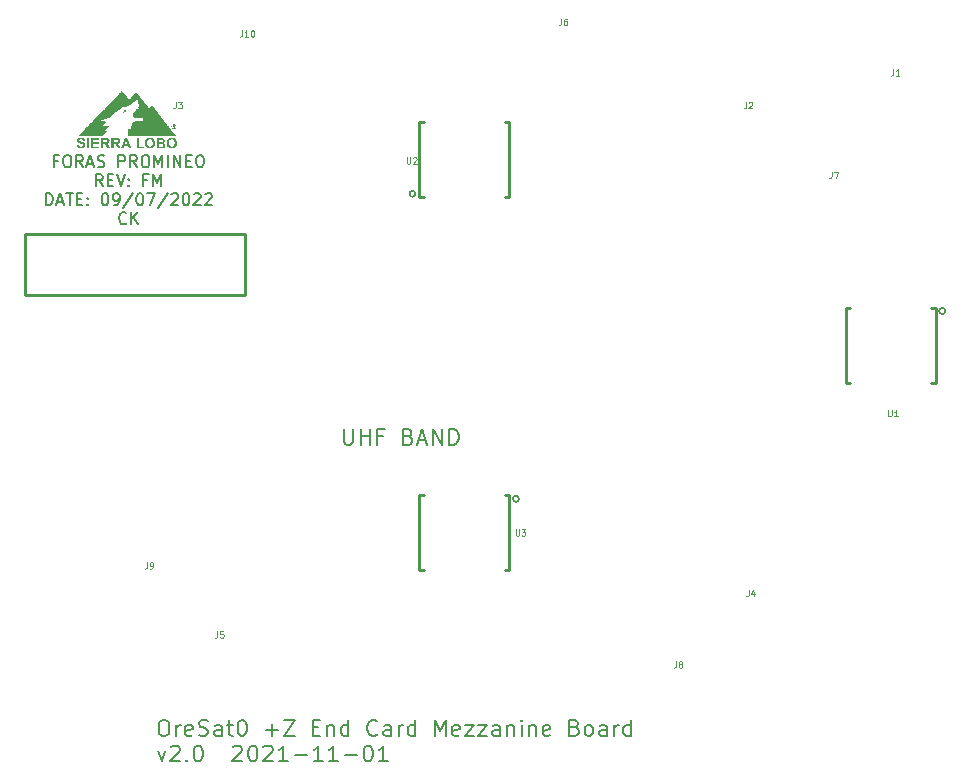
<source format=gbr>
%TF.GenerationSoftware,KiCad,Pcbnew,(6.0.2)*%
%TF.CreationDate,2022-09-07T19:19:14-04:00*%
%TF.ProjectId,plusz-end-card-with-turnstile-mezzanine,706c7573-7a2d-4656-9e64-2d636172642d,rev?*%
%TF.SameCoordinates,Original*%
%TF.FileFunction,Legend,Top*%
%TF.FilePolarity,Positive*%
%FSLAX46Y46*%
G04 Gerber Fmt 4.6, Leading zero omitted, Abs format (unit mm)*
G04 Created by KiCad (PCBNEW (6.0.2)) date 2022-09-07 19:19:14*
%MOMM*%
%LPD*%
G01*
G04 APERTURE LIST*
%ADD10C,0.254000*%
%ADD11C,0.150000*%
%ADD12C,0.101600*%
%ADD13C,0.127000*%
G04 APERTURE END LIST*
D10*
X110185008Y-92850000D02*
X128814993Y-92850000D01*
X128814993Y-92850000D02*
X128814993Y-98009984D01*
X128814993Y-98009984D02*
X110185008Y-98009984D01*
X110185008Y-98009984D02*
X110185008Y-92850000D01*
D11*
X112990000Y-86653571D02*
X112656666Y-86653571D01*
X112656666Y-87177380D02*
X112656666Y-86177380D01*
X113132857Y-86177380D01*
X113704285Y-86177380D02*
X113894761Y-86177380D01*
X113990000Y-86225000D01*
X114085238Y-86320238D01*
X114132857Y-86510714D01*
X114132857Y-86844047D01*
X114085238Y-87034523D01*
X113990000Y-87129761D01*
X113894761Y-87177380D01*
X113704285Y-87177380D01*
X113609047Y-87129761D01*
X113513809Y-87034523D01*
X113466190Y-86844047D01*
X113466190Y-86510714D01*
X113513809Y-86320238D01*
X113609047Y-86225000D01*
X113704285Y-86177380D01*
X115132857Y-87177380D02*
X114799523Y-86701190D01*
X114561428Y-87177380D02*
X114561428Y-86177380D01*
X114942380Y-86177380D01*
X115037619Y-86225000D01*
X115085238Y-86272619D01*
X115132857Y-86367857D01*
X115132857Y-86510714D01*
X115085238Y-86605952D01*
X115037619Y-86653571D01*
X114942380Y-86701190D01*
X114561428Y-86701190D01*
X115513809Y-86891666D02*
X115990000Y-86891666D01*
X115418571Y-87177380D02*
X115751904Y-86177380D01*
X116085238Y-87177380D01*
X116370952Y-87129761D02*
X116513809Y-87177380D01*
X116751904Y-87177380D01*
X116847142Y-87129761D01*
X116894761Y-87082142D01*
X116942380Y-86986904D01*
X116942380Y-86891666D01*
X116894761Y-86796428D01*
X116847142Y-86748809D01*
X116751904Y-86701190D01*
X116561428Y-86653571D01*
X116466190Y-86605952D01*
X116418571Y-86558333D01*
X116370952Y-86463095D01*
X116370952Y-86367857D01*
X116418571Y-86272619D01*
X116466190Y-86225000D01*
X116561428Y-86177380D01*
X116799523Y-86177380D01*
X116942380Y-86225000D01*
X118132857Y-87177380D02*
X118132857Y-86177380D01*
X118513809Y-86177380D01*
X118609047Y-86225000D01*
X118656666Y-86272619D01*
X118704285Y-86367857D01*
X118704285Y-86510714D01*
X118656666Y-86605952D01*
X118609047Y-86653571D01*
X118513809Y-86701190D01*
X118132857Y-86701190D01*
X119704285Y-87177380D02*
X119370952Y-86701190D01*
X119132857Y-87177380D02*
X119132857Y-86177380D01*
X119513809Y-86177380D01*
X119609047Y-86225000D01*
X119656666Y-86272619D01*
X119704285Y-86367857D01*
X119704285Y-86510714D01*
X119656666Y-86605952D01*
X119609047Y-86653571D01*
X119513809Y-86701190D01*
X119132857Y-86701190D01*
X120323333Y-86177380D02*
X120513809Y-86177380D01*
X120609047Y-86225000D01*
X120704285Y-86320238D01*
X120751904Y-86510714D01*
X120751904Y-86844047D01*
X120704285Y-87034523D01*
X120609047Y-87129761D01*
X120513809Y-87177380D01*
X120323333Y-87177380D01*
X120228095Y-87129761D01*
X120132857Y-87034523D01*
X120085238Y-86844047D01*
X120085238Y-86510714D01*
X120132857Y-86320238D01*
X120228095Y-86225000D01*
X120323333Y-86177380D01*
X121180476Y-87177380D02*
X121180476Y-86177380D01*
X121513809Y-86891666D01*
X121847142Y-86177380D01*
X121847142Y-87177380D01*
X122323333Y-87177380D02*
X122323333Y-86177380D01*
X122799523Y-87177380D02*
X122799523Y-86177380D01*
X123370952Y-87177380D01*
X123370952Y-86177380D01*
X123847142Y-86653571D02*
X124180476Y-86653571D01*
X124323333Y-87177380D02*
X123847142Y-87177380D01*
X123847142Y-86177380D01*
X124323333Y-86177380D01*
X124942380Y-86177380D02*
X125132857Y-86177380D01*
X125228095Y-86225000D01*
X125323333Y-86320238D01*
X125370952Y-86510714D01*
X125370952Y-86844047D01*
X125323333Y-87034523D01*
X125228095Y-87129761D01*
X125132857Y-87177380D01*
X124942380Y-87177380D01*
X124847142Y-87129761D01*
X124751904Y-87034523D01*
X124704285Y-86844047D01*
X124704285Y-86510714D01*
X124751904Y-86320238D01*
X124847142Y-86225000D01*
X124942380Y-86177380D01*
X116799523Y-88787380D02*
X116466190Y-88311190D01*
X116228095Y-88787380D02*
X116228095Y-87787380D01*
X116609047Y-87787380D01*
X116704285Y-87835000D01*
X116751904Y-87882619D01*
X116799523Y-87977857D01*
X116799523Y-88120714D01*
X116751904Y-88215952D01*
X116704285Y-88263571D01*
X116609047Y-88311190D01*
X116228095Y-88311190D01*
X117228095Y-88263571D02*
X117561428Y-88263571D01*
X117704285Y-88787380D02*
X117228095Y-88787380D01*
X117228095Y-87787380D01*
X117704285Y-87787380D01*
X117990000Y-87787380D02*
X118323333Y-88787380D01*
X118656666Y-87787380D01*
X118990000Y-88692142D02*
X119037619Y-88739761D01*
X118990000Y-88787380D01*
X118942380Y-88739761D01*
X118990000Y-88692142D01*
X118990000Y-88787380D01*
X118990000Y-88168333D02*
X119037619Y-88215952D01*
X118990000Y-88263571D01*
X118942380Y-88215952D01*
X118990000Y-88168333D01*
X118990000Y-88263571D01*
X120561428Y-88263571D02*
X120228095Y-88263571D01*
X120228095Y-88787380D02*
X120228095Y-87787380D01*
X120704285Y-87787380D01*
X121085238Y-88787380D02*
X121085238Y-87787380D01*
X121418571Y-88501666D01*
X121751904Y-87787380D01*
X121751904Y-88787380D01*
X111990000Y-90397380D02*
X111990000Y-89397380D01*
X112228095Y-89397380D01*
X112370952Y-89445000D01*
X112466190Y-89540238D01*
X112513809Y-89635476D01*
X112561428Y-89825952D01*
X112561428Y-89968809D01*
X112513809Y-90159285D01*
X112466190Y-90254523D01*
X112370952Y-90349761D01*
X112228095Y-90397380D01*
X111990000Y-90397380D01*
X112942380Y-90111666D02*
X113418571Y-90111666D01*
X112847142Y-90397380D02*
X113180476Y-89397380D01*
X113513809Y-90397380D01*
X113704285Y-89397380D02*
X114275714Y-89397380D01*
X113990000Y-90397380D02*
X113990000Y-89397380D01*
X114609047Y-89873571D02*
X114942380Y-89873571D01*
X115085238Y-90397380D02*
X114609047Y-90397380D01*
X114609047Y-89397380D01*
X115085238Y-89397380D01*
X115513809Y-90302142D02*
X115561428Y-90349761D01*
X115513809Y-90397380D01*
X115466190Y-90349761D01*
X115513809Y-90302142D01*
X115513809Y-90397380D01*
X115513809Y-89778333D02*
X115561428Y-89825952D01*
X115513809Y-89873571D01*
X115466190Y-89825952D01*
X115513809Y-89778333D01*
X115513809Y-89873571D01*
X116942380Y-89397380D02*
X117037619Y-89397380D01*
X117132857Y-89445000D01*
X117180476Y-89492619D01*
X117228095Y-89587857D01*
X117275714Y-89778333D01*
X117275714Y-90016428D01*
X117228095Y-90206904D01*
X117180476Y-90302142D01*
X117132857Y-90349761D01*
X117037619Y-90397380D01*
X116942380Y-90397380D01*
X116847142Y-90349761D01*
X116799523Y-90302142D01*
X116751904Y-90206904D01*
X116704285Y-90016428D01*
X116704285Y-89778333D01*
X116751904Y-89587857D01*
X116799523Y-89492619D01*
X116847142Y-89445000D01*
X116942380Y-89397380D01*
X117751904Y-90397380D02*
X117942380Y-90397380D01*
X118037619Y-90349761D01*
X118085238Y-90302142D01*
X118180476Y-90159285D01*
X118228095Y-89968809D01*
X118228095Y-89587857D01*
X118180476Y-89492619D01*
X118132857Y-89445000D01*
X118037619Y-89397380D01*
X117847142Y-89397380D01*
X117751904Y-89445000D01*
X117704285Y-89492619D01*
X117656666Y-89587857D01*
X117656666Y-89825952D01*
X117704285Y-89921190D01*
X117751904Y-89968809D01*
X117847142Y-90016428D01*
X118037619Y-90016428D01*
X118132857Y-89968809D01*
X118180476Y-89921190D01*
X118228095Y-89825952D01*
X119370952Y-89349761D02*
X118513809Y-90635476D01*
X119894761Y-89397380D02*
X119990000Y-89397380D01*
X120085238Y-89445000D01*
X120132857Y-89492619D01*
X120180476Y-89587857D01*
X120228095Y-89778333D01*
X120228095Y-90016428D01*
X120180476Y-90206904D01*
X120132857Y-90302142D01*
X120085238Y-90349761D01*
X119990000Y-90397380D01*
X119894761Y-90397380D01*
X119799523Y-90349761D01*
X119751904Y-90302142D01*
X119704285Y-90206904D01*
X119656666Y-90016428D01*
X119656666Y-89778333D01*
X119704285Y-89587857D01*
X119751904Y-89492619D01*
X119799523Y-89445000D01*
X119894761Y-89397380D01*
X120561428Y-89397380D02*
X121228095Y-89397380D01*
X120799523Y-90397380D01*
X122323333Y-89349761D02*
X121466190Y-90635476D01*
X122609047Y-89492619D02*
X122656666Y-89445000D01*
X122751904Y-89397380D01*
X122990000Y-89397380D01*
X123085238Y-89445000D01*
X123132857Y-89492619D01*
X123180476Y-89587857D01*
X123180476Y-89683095D01*
X123132857Y-89825952D01*
X122561428Y-90397380D01*
X123180476Y-90397380D01*
X123799523Y-89397380D02*
X123894761Y-89397380D01*
X123990000Y-89445000D01*
X124037619Y-89492619D01*
X124085238Y-89587857D01*
X124132857Y-89778333D01*
X124132857Y-90016428D01*
X124085238Y-90206904D01*
X124037619Y-90302142D01*
X123990000Y-90349761D01*
X123894761Y-90397380D01*
X123799523Y-90397380D01*
X123704285Y-90349761D01*
X123656666Y-90302142D01*
X123609047Y-90206904D01*
X123561428Y-90016428D01*
X123561428Y-89778333D01*
X123609047Y-89587857D01*
X123656666Y-89492619D01*
X123704285Y-89445000D01*
X123799523Y-89397380D01*
X124513809Y-89492619D02*
X124561428Y-89445000D01*
X124656666Y-89397380D01*
X124894761Y-89397380D01*
X124990000Y-89445000D01*
X125037619Y-89492619D01*
X125085238Y-89587857D01*
X125085238Y-89683095D01*
X125037619Y-89825952D01*
X124466190Y-90397380D01*
X125085238Y-90397380D01*
X125466190Y-89492619D02*
X125513809Y-89445000D01*
X125609047Y-89397380D01*
X125847142Y-89397380D01*
X125942380Y-89445000D01*
X125990000Y-89492619D01*
X126037619Y-89587857D01*
X126037619Y-89683095D01*
X125990000Y-89825952D01*
X125418571Y-90397380D01*
X126037619Y-90397380D01*
X118799523Y-91912142D02*
X118751904Y-91959761D01*
X118609047Y-92007380D01*
X118513809Y-92007380D01*
X118370952Y-91959761D01*
X118275714Y-91864523D01*
X118228095Y-91769285D01*
X118180476Y-91578809D01*
X118180476Y-91435952D01*
X118228095Y-91245476D01*
X118275714Y-91150238D01*
X118370952Y-91055000D01*
X118513809Y-91007380D01*
X118609047Y-91007380D01*
X118751904Y-91055000D01*
X118799523Y-91102619D01*
X119228095Y-92007380D02*
X119228095Y-91007380D01*
X119799523Y-92007380D02*
X119370952Y-91435952D01*
X119799523Y-91007380D02*
X119228095Y-91578809D01*
X121856071Y-133982214D02*
X122113214Y-133982214D01*
X122241785Y-134046500D01*
X122370357Y-134175071D01*
X122434642Y-134432214D01*
X122434642Y-134882214D01*
X122370357Y-135139357D01*
X122241785Y-135267928D01*
X122113214Y-135332214D01*
X121856071Y-135332214D01*
X121727500Y-135267928D01*
X121598928Y-135139357D01*
X121534642Y-134882214D01*
X121534642Y-134432214D01*
X121598928Y-134175071D01*
X121727500Y-134046500D01*
X121856071Y-133982214D01*
X123013214Y-135332214D02*
X123013214Y-134432214D01*
X123013214Y-134689357D02*
X123077500Y-134560785D01*
X123141785Y-134496500D01*
X123270357Y-134432214D01*
X123398928Y-134432214D01*
X124363214Y-135267928D02*
X124234642Y-135332214D01*
X123977500Y-135332214D01*
X123848928Y-135267928D01*
X123784642Y-135139357D01*
X123784642Y-134625071D01*
X123848928Y-134496500D01*
X123977500Y-134432214D01*
X124234642Y-134432214D01*
X124363214Y-134496500D01*
X124427500Y-134625071D01*
X124427500Y-134753642D01*
X123784642Y-134882214D01*
X124941785Y-135267928D02*
X125134642Y-135332214D01*
X125456071Y-135332214D01*
X125584642Y-135267928D01*
X125648928Y-135203642D01*
X125713214Y-135075071D01*
X125713214Y-134946500D01*
X125648928Y-134817928D01*
X125584642Y-134753642D01*
X125456071Y-134689357D01*
X125198928Y-134625071D01*
X125070357Y-134560785D01*
X125006071Y-134496500D01*
X124941785Y-134367928D01*
X124941785Y-134239357D01*
X125006071Y-134110785D01*
X125070357Y-134046500D01*
X125198928Y-133982214D01*
X125520357Y-133982214D01*
X125713214Y-134046500D01*
X126870357Y-135332214D02*
X126870357Y-134625071D01*
X126806071Y-134496500D01*
X126677500Y-134432214D01*
X126420357Y-134432214D01*
X126291785Y-134496500D01*
X126870357Y-135267928D02*
X126741785Y-135332214D01*
X126420357Y-135332214D01*
X126291785Y-135267928D01*
X126227500Y-135139357D01*
X126227500Y-135010785D01*
X126291785Y-134882214D01*
X126420357Y-134817928D01*
X126741785Y-134817928D01*
X126870357Y-134753642D01*
X127320357Y-134432214D02*
X127834642Y-134432214D01*
X127513214Y-133982214D02*
X127513214Y-135139357D01*
X127577500Y-135267928D01*
X127706071Y-135332214D01*
X127834642Y-135332214D01*
X128541785Y-133982214D02*
X128670357Y-133982214D01*
X128798928Y-134046500D01*
X128863214Y-134110785D01*
X128927500Y-134239357D01*
X128991785Y-134496500D01*
X128991785Y-134817928D01*
X128927500Y-135075071D01*
X128863214Y-135203642D01*
X128798928Y-135267928D01*
X128670357Y-135332214D01*
X128541785Y-135332214D01*
X128413214Y-135267928D01*
X128348928Y-135203642D01*
X128284642Y-135075071D01*
X128220357Y-134817928D01*
X128220357Y-134496500D01*
X128284642Y-134239357D01*
X128348928Y-134110785D01*
X128413214Y-134046500D01*
X128541785Y-133982214D01*
X130598928Y-134817928D02*
X131627500Y-134817928D01*
X131113214Y-135332214D02*
X131113214Y-134303642D01*
X132141785Y-133982214D02*
X133041785Y-133982214D01*
X132141785Y-135332214D01*
X133041785Y-135332214D01*
X134584642Y-134625071D02*
X135034642Y-134625071D01*
X135227500Y-135332214D02*
X134584642Y-135332214D01*
X134584642Y-133982214D01*
X135227500Y-133982214D01*
X135806071Y-134432214D02*
X135806071Y-135332214D01*
X135806071Y-134560785D02*
X135870357Y-134496500D01*
X135998928Y-134432214D01*
X136191785Y-134432214D01*
X136320357Y-134496500D01*
X136384642Y-134625071D01*
X136384642Y-135332214D01*
X137606071Y-135332214D02*
X137606071Y-133982214D01*
X137606071Y-135267928D02*
X137477500Y-135332214D01*
X137220357Y-135332214D01*
X137091785Y-135267928D01*
X137027500Y-135203642D01*
X136963214Y-135075071D01*
X136963214Y-134689357D01*
X137027500Y-134560785D01*
X137091785Y-134496500D01*
X137220357Y-134432214D01*
X137477500Y-134432214D01*
X137606071Y-134496500D01*
X140048928Y-135203642D02*
X139984642Y-135267928D01*
X139791785Y-135332214D01*
X139663214Y-135332214D01*
X139470357Y-135267928D01*
X139341785Y-135139357D01*
X139277500Y-135010785D01*
X139213214Y-134753642D01*
X139213214Y-134560785D01*
X139277500Y-134303642D01*
X139341785Y-134175071D01*
X139470357Y-134046500D01*
X139663214Y-133982214D01*
X139791785Y-133982214D01*
X139984642Y-134046500D01*
X140048928Y-134110785D01*
X141206071Y-135332214D02*
X141206071Y-134625071D01*
X141141785Y-134496500D01*
X141013214Y-134432214D01*
X140756071Y-134432214D01*
X140627500Y-134496500D01*
X141206071Y-135267928D02*
X141077500Y-135332214D01*
X140756071Y-135332214D01*
X140627500Y-135267928D01*
X140563214Y-135139357D01*
X140563214Y-135010785D01*
X140627500Y-134882214D01*
X140756071Y-134817928D01*
X141077500Y-134817928D01*
X141206071Y-134753642D01*
X141848928Y-135332214D02*
X141848928Y-134432214D01*
X141848928Y-134689357D02*
X141913214Y-134560785D01*
X141977500Y-134496500D01*
X142106071Y-134432214D01*
X142234642Y-134432214D01*
X143263214Y-135332214D02*
X143263214Y-133982214D01*
X143263214Y-135267928D02*
X143134642Y-135332214D01*
X142877500Y-135332214D01*
X142748928Y-135267928D01*
X142684642Y-135203642D01*
X142620357Y-135075071D01*
X142620357Y-134689357D01*
X142684642Y-134560785D01*
X142748928Y-134496500D01*
X142877500Y-134432214D01*
X143134642Y-134432214D01*
X143263214Y-134496500D01*
X144934642Y-135332214D02*
X144934642Y-133982214D01*
X145384642Y-134946500D01*
X145834642Y-133982214D01*
X145834642Y-135332214D01*
X146991785Y-135267928D02*
X146863214Y-135332214D01*
X146606071Y-135332214D01*
X146477500Y-135267928D01*
X146413214Y-135139357D01*
X146413214Y-134625071D01*
X146477500Y-134496500D01*
X146606071Y-134432214D01*
X146863214Y-134432214D01*
X146991785Y-134496500D01*
X147056071Y-134625071D01*
X147056071Y-134753642D01*
X146413214Y-134882214D01*
X147506071Y-134432214D02*
X148213214Y-134432214D01*
X147506071Y-135332214D01*
X148213214Y-135332214D01*
X148598928Y-134432214D02*
X149306071Y-134432214D01*
X148598928Y-135332214D01*
X149306071Y-135332214D01*
X150398928Y-135332214D02*
X150398928Y-134625071D01*
X150334642Y-134496500D01*
X150206071Y-134432214D01*
X149948928Y-134432214D01*
X149820357Y-134496500D01*
X150398928Y-135267928D02*
X150270357Y-135332214D01*
X149948928Y-135332214D01*
X149820357Y-135267928D01*
X149756071Y-135139357D01*
X149756071Y-135010785D01*
X149820357Y-134882214D01*
X149948928Y-134817928D01*
X150270357Y-134817928D01*
X150398928Y-134753642D01*
X151041785Y-134432214D02*
X151041785Y-135332214D01*
X151041785Y-134560785D02*
X151106071Y-134496500D01*
X151234642Y-134432214D01*
X151427500Y-134432214D01*
X151556071Y-134496500D01*
X151620357Y-134625071D01*
X151620357Y-135332214D01*
X152263214Y-135332214D02*
X152263214Y-134432214D01*
X152263214Y-133982214D02*
X152198928Y-134046500D01*
X152263214Y-134110785D01*
X152327500Y-134046500D01*
X152263214Y-133982214D01*
X152263214Y-134110785D01*
X152906071Y-134432214D02*
X152906071Y-135332214D01*
X152906071Y-134560785D02*
X152970357Y-134496500D01*
X153098928Y-134432214D01*
X153291785Y-134432214D01*
X153420357Y-134496500D01*
X153484642Y-134625071D01*
X153484642Y-135332214D01*
X154641785Y-135267928D02*
X154513214Y-135332214D01*
X154256071Y-135332214D01*
X154127500Y-135267928D01*
X154063214Y-135139357D01*
X154063214Y-134625071D01*
X154127500Y-134496500D01*
X154256071Y-134432214D01*
X154513214Y-134432214D01*
X154641785Y-134496500D01*
X154706071Y-134625071D01*
X154706071Y-134753642D01*
X154063214Y-134882214D01*
X156763214Y-134625071D02*
X156956071Y-134689357D01*
X157020357Y-134753642D01*
X157084642Y-134882214D01*
X157084642Y-135075071D01*
X157020357Y-135203642D01*
X156956071Y-135267928D01*
X156827500Y-135332214D01*
X156313214Y-135332214D01*
X156313214Y-133982214D01*
X156763214Y-133982214D01*
X156891785Y-134046500D01*
X156956071Y-134110785D01*
X157020357Y-134239357D01*
X157020357Y-134367928D01*
X156956071Y-134496500D01*
X156891785Y-134560785D01*
X156763214Y-134625071D01*
X156313214Y-134625071D01*
X157856071Y-135332214D02*
X157727500Y-135267928D01*
X157663214Y-135203642D01*
X157598928Y-135075071D01*
X157598928Y-134689357D01*
X157663214Y-134560785D01*
X157727500Y-134496500D01*
X157856071Y-134432214D01*
X158048928Y-134432214D01*
X158177500Y-134496500D01*
X158241785Y-134560785D01*
X158306071Y-134689357D01*
X158306071Y-135075071D01*
X158241785Y-135203642D01*
X158177500Y-135267928D01*
X158048928Y-135332214D01*
X157856071Y-135332214D01*
X159463214Y-135332214D02*
X159463214Y-134625071D01*
X159398928Y-134496500D01*
X159270357Y-134432214D01*
X159013214Y-134432214D01*
X158884642Y-134496500D01*
X159463214Y-135267928D02*
X159334642Y-135332214D01*
X159013214Y-135332214D01*
X158884642Y-135267928D01*
X158820357Y-135139357D01*
X158820357Y-135010785D01*
X158884642Y-134882214D01*
X159013214Y-134817928D01*
X159334642Y-134817928D01*
X159463214Y-134753642D01*
X160106071Y-135332214D02*
X160106071Y-134432214D01*
X160106071Y-134689357D02*
X160170357Y-134560785D01*
X160234642Y-134496500D01*
X160363214Y-134432214D01*
X160491785Y-134432214D01*
X161520357Y-135332214D02*
X161520357Y-133982214D01*
X161520357Y-135267928D02*
X161391785Y-135332214D01*
X161134642Y-135332214D01*
X161006071Y-135267928D01*
X160941785Y-135203642D01*
X160877500Y-135075071D01*
X160877500Y-134689357D01*
X160941785Y-134560785D01*
X161006071Y-134496500D01*
X161134642Y-134432214D01*
X161391785Y-134432214D01*
X161520357Y-134496500D01*
X121470357Y-136605714D02*
X121791785Y-137505714D01*
X122113214Y-136605714D01*
X122563214Y-136284285D02*
X122627500Y-136220000D01*
X122756071Y-136155714D01*
X123077500Y-136155714D01*
X123206071Y-136220000D01*
X123270357Y-136284285D01*
X123334642Y-136412857D01*
X123334642Y-136541428D01*
X123270357Y-136734285D01*
X122498928Y-137505714D01*
X123334642Y-137505714D01*
X123913214Y-137377142D02*
X123977500Y-137441428D01*
X123913214Y-137505714D01*
X123848928Y-137441428D01*
X123913214Y-137377142D01*
X123913214Y-137505714D01*
X124813214Y-136155714D02*
X124941785Y-136155714D01*
X125070357Y-136220000D01*
X125134642Y-136284285D01*
X125198928Y-136412857D01*
X125263214Y-136670000D01*
X125263214Y-136991428D01*
X125198928Y-137248571D01*
X125134642Y-137377142D01*
X125070357Y-137441428D01*
X124941785Y-137505714D01*
X124813214Y-137505714D01*
X124684642Y-137441428D01*
X124620357Y-137377142D01*
X124556071Y-137248571D01*
X124491785Y-136991428D01*
X124491785Y-136670000D01*
X124556071Y-136412857D01*
X124620357Y-136284285D01*
X124684642Y-136220000D01*
X124813214Y-136155714D01*
X127834642Y-136284285D02*
X127898928Y-136220000D01*
X128027500Y-136155714D01*
X128348928Y-136155714D01*
X128477500Y-136220000D01*
X128541785Y-136284285D01*
X128606071Y-136412857D01*
X128606071Y-136541428D01*
X128541785Y-136734285D01*
X127770357Y-137505714D01*
X128606071Y-137505714D01*
X129441785Y-136155714D02*
X129570357Y-136155714D01*
X129698928Y-136220000D01*
X129763214Y-136284285D01*
X129827500Y-136412857D01*
X129891785Y-136670000D01*
X129891785Y-136991428D01*
X129827500Y-137248571D01*
X129763214Y-137377142D01*
X129698928Y-137441428D01*
X129570357Y-137505714D01*
X129441785Y-137505714D01*
X129313214Y-137441428D01*
X129248928Y-137377142D01*
X129184642Y-137248571D01*
X129120357Y-136991428D01*
X129120357Y-136670000D01*
X129184642Y-136412857D01*
X129248928Y-136284285D01*
X129313214Y-136220000D01*
X129441785Y-136155714D01*
X130406071Y-136284285D02*
X130470357Y-136220000D01*
X130598928Y-136155714D01*
X130920357Y-136155714D01*
X131048928Y-136220000D01*
X131113214Y-136284285D01*
X131177500Y-136412857D01*
X131177500Y-136541428D01*
X131113214Y-136734285D01*
X130341785Y-137505714D01*
X131177500Y-137505714D01*
X132463214Y-137505714D02*
X131691785Y-137505714D01*
X132077500Y-137505714D02*
X132077500Y-136155714D01*
X131948928Y-136348571D01*
X131820357Y-136477142D01*
X131691785Y-136541428D01*
X133041785Y-136991428D02*
X134070357Y-136991428D01*
X135420357Y-137505714D02*
X134648928Y-137505714D01*
X135034642Y-137505714D02*
X135034642Y-136155714D01*
X134906071Y-136348571D01*
X134777500Y-136477142D01*
X134648928Y-136541428D01*
X136706071Y-137505714D02*
X135934642Y-137505714D01*
X136320357Y-137505714D02*
X136320357Y-136155714D01*
X136191785Y-136348571D01*
X136063214Y-136477142D01*
X135934642Y-136541428D01*
X137284642Y-136991428D02*
X138313214Y-136991428D01*
X139213214Y-136155714D02*
X139341785Y-136155714D01*
X139470357Y-136220000D01*
X139534642Y-136284285D01*
X139598928Y-136412857D01*
X139663214Y-136670000D01*
X139663214Y-136991428D01*
X139598928Y-137248571D01*
X139534642Y-137377142D01*
X139470357Y-137441428D01*
X139341785Y-137505714D01*
X139213214Y-137505714D01*
X139084642Y-137441428D01*
X139020357Y-137377142D01*
X138956071Y-137248571D01*
X138891785Y-136991428D01*
X138891785Y-136670000D01*
X138956071Y-136412857D01*
X139020357Y-136284285D01*
X139084642Y-136220000D01*
X139213214Y-136155714D01*
X140948928Y-137505714D02*
X140177500Y-137505714D01*
X140563214Y-137505714D02*
X140563214Y-136155714D01*
X140434642Y-136348571D01*
X140306071Y-136477142D01*
X140177500Y-136541428D01*
X137220028Y-109339314D02*
X137220028Y-110432171D01*
X137284314Y-110560742D01*
X137348600Y-110625028D01*
X137477171Y-110689314D01*
X137734314Y-110689314D01*
X137862885Y-110625028D01*
X137927171Y-110560742D01*
X137991457Y-110432171D01*
X137991457Y-109339314D01*
X138634314Y-110689314D02*
X138634314Y-109339314D01*
X138634314Y-109982171D02*
X139405742Y-109982171D01*
X139405742Y-110689314D02*
X139405742Y-109339314D01*
X140498600Y-109982171D02*
X140048600Y-109982171D01*
X140048600Y-110689314D02*
X140048600Y-109339314D01*
X140691457Y-109339314D01*
X142684314Y-109982171D02*
X142877171Y-110046457D01*
X142941457Y-110110742D01*
X143005742Y-110239314D01*
X143005742Y-110432171D01*
X142941457Y-110560742D01*
X142877171Y-110625028D01*
X142748600Y-110689314D01*
X142234314Y-110689314D01*
X142234314Y-109339314D01*
X142684314Y-109339314D01*
X142812885Y-109403600D01*
X142877171Y-109467885D01*
X142941457Y-109596457D01*
X142941457Y-109725028D01*
X142877171Y-109853600D01*
X142812885Y-109917885D01*
X142684314Y-109982171D01*
X142234314Y-109982171D01*
X143520028Y-110303600D02*
X144162885Y-110303600D01*
X143391457Y-110689314D02*
X143841457Y-109339314D01*
X144291457Y-110689314D01*
X144741457Y-110689314D02*
X144741457Y-109339314D01*
X145512885Y-110689314D01*
X145512885Y-109339314D01*
X146155742Y-110689314D02*
X146155742Y-109339314D01*
X146477171Y-109339314D01*
X146670028Y-109403600D01*
X146798600Y-109532171D01*
X146862885Y-109660742D01*
X146927171Y-109917885D01*
X146927171Y-110110742D01*
X146862885Y-110367885D01*
X146798600Y-110496457D01*
X146670028Y-110625028D01*
X146477171Y-110689314D01*
X146155742Y-110689314D01*
D12*
%TO.C,J10*%
X128590193Y-75610772D02*
X128590193Y-75991772D01*
X128564793Y-76067972D01*
X128513993Y-76118772D01*
X128437793Y-76144172D01*
X128386993Y-76144172D01*
X129123593Y-76144172D02*
X128818793Y-76144172D01*
X128971193Y-76144172D02*
X128971193Y-75610772D01*
X128920393Y-75686972D01*
X128869593Y-75737772D01*
X128818793Y-75763172D01*
X129453793Y-75610772D02*
X129504593Y-75610772D01*
X129555393Y-75636172D01*
X129580793Y-75661572D01*
X129606193Y-75712372D01*
X129631593Y-75813972D01*
X129631593Y-75940972D01*
X129606193Y-76042572D01*
X129580793Y-76093372D01*
X129555393Y-76118772D01*
X129504593Y-76144172D01*
X129453793Y-76144172D01*
X129402993Y-76118772D01*
X129377593Y-76093372D01*
X129352193Y-76042572D01*
X129326793Y-75940972D01*
X129326793Y-75813972D01*
X129352193Y-75712372D01*
X129377593Y-75661572D01*
X129402993Y-75636172D01*
X129453793Y-75610772D01*
D11*
%TO.C,@HOLE7*%
D12*
%TO.C,J1*%
X183716540Y-78901500D02*
X183716540Y-79282500D01*
X183691140Y-79358700D01*
X183640340Y-79409500D01*
X183564140Y-79434900D01*
X183513340Y-79434900D01*
X184249940Y-79434900D02*
X183945140Y-79434900D01*
X184097540Y-79434900D02*
X184097540Y-78901500D01*
X184046740Y-78977700D01*
X183995940Y-79028500D01*
X183945140Y-79053900D01*
D11*
%TO.C,@HOLE3*%
D12*
%TO.C,J2*%
X171273033Y-81685210D02*
X171273033Y-82066210D01*
X171247633Y-82142410D01*
X171196833Y-82193210D01*
X171120633Y-82218610D01*
X171069833Y-82218610D01*
X171501633Y-81736010D02*
X171527033Y-81710610D01*
X171577833Y-81685210D01*
X171704833Y-81685210D01*
X171755633Y-81710610D01*
X171781033Y-81736010D01*
X171806433Y-81786810D01*
X171806433Y-81837610D01*
X171781033Y-81913810D01*
X171476233Y-82218610D01*
X171806433Y-82218610D01*
D11*
%TO.C,@HOLE0*%
D12*
%TO.C,J6*%
X155616540Y-74601500D02*
X155616540Y-74982500D01*
X155591140Y-75058700D01*
X155540340Y-75109500D01*
X155464140Y-75134900D01*
X155413340Y-75134900D01*
X156099140Y-74601500D02*
X155997540Y-74601500D01*
X155946740Y-74626900D01*
X155921340Y-74652300D01*
X155870540Y-74728500D01*
X155845140Y-74830100D01*
X155845140Y-75033300D01*
X155870540Y-75084100D01*
X155895940Y-75109500D01*
X155946740Y-75134900D01*
X156048340Y-75134900D01*
X156099140Y-75109500D01*
X156124540Y-75084100D01*
X156149940Y-75033300D01*
X156149940Y-74906300D01*
X156124540Y-74855500D01*
X156099140Y-74830100D01*
X156048340Y-74804700D01*
X155946740Y-74804700D01*
X155895940Y-74830100D01*
X155870540Y-74855500D01*
X155845140Y-74906300D01*
%TO.C,J3*%
X122993543Y-81658707D02*
X122993543Y-82039707D01*
X122968143Y-82115907D01*
X122917343Y-82166707D01*
X122841143Y-82192107D01*
X122790343Y-82192107D01*
X123196743Y-81658707D02*
X123526943Y-81658707D01*
X123349143Y-81861907D01*
X123425343Y-81861907D01*
X123476143Y-81887307D01*
X123501543Y-81912707D01*
X123526943Y-81963507D01*
X123526943Y-82090507D01*
X123501543Y-82141307D01*
X123476143Y-82166707D01*
X123425343Y-82192107D01*
X123272943Y-82192107D01*
X123222143Y-82166707D01*
X123196743Y-82141307D01*
%TO.C,U1*%
X183294140Y-107761500D02*
X183294140Y-108193300D01*
X183319540Y-108244100D01*
X183344940Y-108269500D01*
X183395740Y-108294900D01*
X183497340Y-108294900D01*
X183548140Y-108269500D01*
X183573540Y-108244100D01*
X183598940Y-108193300D01*
X183598940Y-107761500D01*
X184132340Y-108294900D02*
X183827540Y-108294900D01*
X183979940Y-108294900D02*
X183979940Y-107761500D01*
X183929140Y-107837700D01*
X183878340Y-107888500D01*
X183827540Y-107913900D01*
%TO.C,U2*%
X142550140Y-86352500D02*
X142550140Y-86784300D01*
X142575540Y-86835100D01*
X142600940Y-86860500D01*
X142651740Y-86885900D01*
X142753340Y-86885900D01*
X142804140Y-86860500D01*
X142829540Y-86835100D01*
X142854940Y-86784300D01*
X142854940Y-86352500D01*
X143083540Y-86403300D02*
X143108940Y-86377900D01*
X143159740Y-86352500D01*
X143286740Y-86352500D01*
X143337540Y-86377900D01*
X143362940Y-86403300D01*
X143388340Y-86454100D01*
X143388340Y-86504900D01*
X143362940Y-86581100D01*
X143058140Y-86885900D01*
X143388340Y-86885900D01*
%TO.C,J9*%
X120543746Y-120655916D02*
X120543746Y-121036916D01*
X120518346Y-121113116D01*
X120467546Y-121163916D01*
X120391346Y-121189316D01*
X120340546Y-121189316D01*
X120823146Y-121189316D02*
X120924746Y-121189316D01*
X120975546Y-121163916D01*
X121000946Y-121138516D01*
X121051746Y-121062316D01*
X121077146Y-120960716D01*
X121077146Y-120757516D01*
X121051746Y-120706716D01*
X121026346Y-120681316D01*
X120975546Y-120655916D01*
X120873946Y-120655916D01*
X120823146Y-120681316D01*
X120797746Y-120706716D01*
X120772346Y-120757516D01*
X120772346Y-120884516D01*
X120797746Y-120935316D01*
X120823146Y-120960716D01*
X120873946Y-120986116D01*
X120975546Y-120986116D01*
X121026346Y-120960716D01*
X121051746Y-120935316D01*
X121077146Y-120884516D01*
D11*
%TO.C,@HOLE1*%
%TO.C,@HOLE6*%
D12*
%TO.C,J5*%
X126514455Y-126485208D02*
X126514455Y-126866208D01*
X126489055Y-126942408D01*
X126438255Y-126993208D01*
X126362055Y-127018608D01*
X126311255Y-127018608D01*
X127022455Y-126485208D02*
X126768455Y-126485208D01*
X126743055Y-126739208D01*
X126768455Y-126713808D01*
X126819255Y-126688408D01*
X126946255Y-126688408D01*
X126997055Y-126713808D01*
X127022455Y-126739208D01*
X127047855Y-126790008D01*
X127047855Y-126917008D01*
X127022455Y-126967808D01*
X126997055Y-126993208D01*
X126946255Y-127018608D01*
X126819255Y-127018608D01*
X126768455Y-126993208D01*
X126743055Y-126967808D01*
%TO.C,J7*%
X178514455Y-87568054D02*
X178514455Y-87949054D01*
X178489055Y-88025254D01*
X178438255Y-88076054D01*
X178362055Y-88101454D01*
X178311255Y-88101454D01*
X178717655Y-87568054D02*
X179073255Y-87568054D01*
X178844655Y-88101454D01*
%TO.C,U3*%
X151750140Y-117852500D02*
X151750140Y-118284300D01*
X151775540Y-118335100D01*
X151800940Y-118360500D01*
X151851740Y-118385900D01*
X151953340Y-118385900D01*
X152004140Y-118360500D01*
X152029540Y-118335100D01*
X152054940Y-118284300D01*
X152054940Y-117852500D01*
X152258140Y-117852500D02*
X152588340Y-117852500D01*
X152410540Y-118055700D01*
X152486740Y-118055700D01*
X152537540Y-118081100D01*
X152562940Y-118106500D01*
X152588340Y-118157300D01*
X152588340Y-118284300D01*
X152562940Y-118335100D01*
X152537540Y-118360500D01*
X152486740Y-118385900D01*
X152334340Y-118385900D01*
X152283540Y-118360500D01*
X152258140Y-118335100D01*
D11*
%TO.C,@HOLE4*%
%TO.C,@HOLE5*%
%TO.C,@HOLE2*%
D12*
%TO.C,J4*%
X171485168Y-122997338D02*
X171485168Y-123378338D01*
X171459768Y-123454538D01*
X171408968Y-123505338D01*
X171332768Y-123530738D01*
X171281968Y-123530738D01*
X171967768Y-123175138D02*
X171967768Y-123530738D01*
X171840768Y-122971938D02*
X171713768Y-123352938D01*
X172043968Y-123352938D01*
%TO.C,J8*%
X165331615Y-129026629D02*
X165331615Y-129407629D01*
X165306215Y-129483829D01*
X165255415Y-129534629D01*
X165179215Y-129560029D01*
X165128415Y-129560029D01*
X165661815Y-129255229D02*
X165611015Y-129229829D01*
X165585615Y-129204429D01*
X165560215Y-129153629D01*
X165560215Y-129128229D01*
X165585615Y-129077429D01*
X165611015Y-129052029D01*
X165661815Y-129026629D01*
X165763415Y-129026629D01*
X165814215Y-129052029D01*
X165839615Y-129077429D01*
X165865015Y-129128229D01*
X165865015Y-129153629D01*
X165839615Y-129204429D01*
X165814215Y-129229829D01*
X165763415Y-129255229D01*
X165661815Y-129255229D01*
X165611015Y-129280629D01*
X165585615Y-129306029D01*
X165560215Y-129356829D01*
X165560215Y-129458429D01*
X165585615Y-129509229D01*
X165611015Y-129534629D01*
X165661815Y-129560029D01*
X165763415Y-129560029D01*
X165814215Y-129534629D01*
X165839615Y-129509229D01*
X165865015Y-129458429D01*
X165865015Y-129356829D01*
X165839615Y-129306029D01*
X165814215Y-129280629D01*
X165763415Y-129255229D01*
%TO.C,G\u002A\u002A\u002A*%
G36*
X115030051Y-84679593D02*
G01*
X115074906Y-84685271D01*
X115115167Y-84694194D01*
X115125696Y-84697392D01*
X115170861Y-84715946D01*
X115210174Y-84740133D01*
X115243450Y-84769730D01*
X115270505Y-84804513D01*
X115291154Y-84844258D01*
X115305213Y-84888741D01*
X115310965Y-84922014D01*
X115313735Y-84945048D01*
X115261270Y-84947595D01*
X115236784Y-84948828D01*
X115210892Y-84950204D01*
X115186984Y-84951541D01*
X115171214Y-84952480D01*
X115133623Y-84954818D01*
X115131128Y-84943225D01*
X115120984Y-84908969D01*
X115106431Y-84881059D01*
X115087066Y-84859202D01*
X115062487Y-84843104D01*
X115032289Y-84832472D01*
X114996070Y-84827013D01*
X114969991Y-84826098D01*
X114931549Y-84828277D01*
X114897848Y-84834528D01*
X114869423Y-84844552D01*
X114846808Y-84858049D01*
X114830540Y-84874719D01*
X114821151Y-84894262D01*
X114818946Y-84910796D01*
X114820267Y-84926907D01*
X114824627Y-84941206D01*
X114832624Y-84954055D01*
X114844856Y-84965810D01*
X114861921Y-84976832D01*
X114884415Y-84987480D01*
X114912938Y-84998112D01*
X114948086Y-85009087D01*
X114990457Y-85020765D01*
X115010723Y-85026010D01*
X115067176Y-85041152D01*
X115116151Y-85056031D01*
X115158309Y-85071031D01*
X115194312Y-85086532D01*
X115224820Y-85102918D01*
X115250494Y-85120571D01*
X115271997Y-85139873D01*
X115289988Y-85161207D01*
X115305129Y-85184955D01*
X115313357Y-85201020D01*
X115325695Y-85234754D01*
X115333603Y-85272945D01*
X115336933Y-85313130D01*
X115335540Y-85352842D01*
X115329278Y-85389618D01*
X115325341Y-85403061D01*
X115307067Y-85446051D01*
X115282901Y-85483562D01*
X115252730Y-85515692D01*
X115216444Y-85542535D01*
X115173931Y-85564189D01*
X115125080Y-85580750D01*
X115116842Y-85582890D01*
X115103456Y-85585565D01*
X115084649Y-85588442D01*
X115062402Y-85591314D01*
X115038691Y-85593971D01*
X115015495Y-85596204D01*
X114994795Y-85597804D01*
X114978566Y-85598562D01*
X114969991Y-85598408D01*
X114963383Y-85597817D01*
X114950837Y-85596697D01*
X114934549Y-85595245D01*
X114926133Y-85594496D01*
X114869211Y-85586274D01*
X114818019Y-85572246D01*
X114772526Y-85552385D01*
X114732699Y-85526667D01*
X114698506Y-85495067D01*
X114669916Y-85457561D01*
X114646895Y-85414124D01*
X114629863Y-85366326D01*
X114624884Y-85347763D01*
X114620534Y-85329575D01*
X114617596Y-85315074D01*
X114617181Y-85312470D01*
X114614399Y-85293308D01*
X114627883Y-85291089D01*
X114637074Y-85289868D01*
X114652292Y-85288157D01*
X114671781Y-85286124D01*
X114693788Y-85283937D01*
X114716559Y-85281761D01*
X114738340Y-85279766D01*
X114757377Y-85278118D01*
X114771915Y-85276984D01*
X114780203Y-85276532D01*
X114780482Y-85276530D01*
X114786171Y-85277830D01*
X114790130Y-85282978D01*
X114793591Y-85293847D01*
X114794590Y-85297959D01*
X114807318Y-85337016D01*
X114825716Y-85370576D01*
X114849497Y-85398321D01*
X114878371Y-85419935D01*
X114912049Y-85435101D01*
X114922377Y-85438169D01*
X114948709Y-85442781D01*
X114979142Y-85444258D01*
X115011248Y-85442808D01*
X115042603Y-85438640D01*
X115070778Y-85431963D01*
X115092214Y-85423575D01*
X115107690Y-85413212D01*
X115123964Y-85398449D01*
X115138351Y-85382014D01*
X115148138Y-85366702D01*
X115154299Y-85347671D01*
X115157019Y-85325716D01*
X115155996Y-85304726D01*
X115153729Y-85295005D01*
X115148498Y-85282349D01*
X115141227Y-85271143D01*
X115131176Y-85261013D01*
X115117605Y-85251583D01*
X115099772Y-85242480D01*
X115076938Y-85233329D01*
X115048363Y-85223755D01*
X115013305Y-85213384D01*
X114971025Y-85201841D01*
X114967950Y-85201025D01*
X114918713Y-85187588D01*
X114876647Y-85175141D01*
X114840875Y-85163287D01*
X114810521Y-85151633D01*
X114784709Y-85139783D01*
X114762564Y-85127340D01*
X114743208Y-85113911D01*
X114725766Y-85099100D01*
X114712291Y-85085660D01*
X114684841Y-85051692D01*
X114665167Y-85016014D01*
X114652924Y-84977776D01*
X114647771Y-84936127D01*
X114647550Y-84925347D01*
X114651114Y-84882509D01*
X114662078Y-84842945D01*
X114680587Y-84806309D01*
X114706786Y-84772260D01*
X114716498Y-84762171D01*
X114743494Y-84738489D01*
X114772340Y-84719638D01*
X114804990Y-84704567D01*
X114843400Y-84692226D01*
X114850090Y-84690466D01*
X114890622Y-84682596D01*
X114935640Y-84678199D01*
X114982872Y-84677217D01*
X115030051Y-84679593D01*
G37*
G36*
X115659897Y-85598979D02*
G01*
X115480277Y-85598979D01*
X115480277Y-84709183D01*
X115659897Y-84709183D01*
X115659897Y-85598979D01*
G37*
G36*
X116488602Y-84856122D02*
G01*
X116006892Y-84856122D01*
X116006892Y-85056122D01*
X116456384Y-85056122D01*
X116455144Y-85128571D01*
X116453903Y-85201020D01*
X116230397Y-85202075D01*
X116006892Y-85203131D01*
X116006892Y-85447959D01*
X116504931Y-85447959D01*
X116504931Y-85598979D01*
X115827271Y-85598979D01*
X115827271Y-84709183D01*
X116488602Y-84709183D01*
X116488602Y-84856122D01*
G37*
G36*
X116878461Y-84710031D02*
G01*
X116937561Y-84709793D01*
X116989171Y-84709773D01*
X117033964Y-84710028D01*
X117072612Y-84710615D01*
X117105787Y-84711591D01*
X117134163Y-84713011D01*
X117158412Y-84714932D01*
X117179206Y-84717410D01*
X117197219Y-84720503D01*
X117213123Y-84724266D01*
X117227591Y-84728756D01*
X117241295Y-84734030D01*
X117254909Y-84740143D01*
X117258661Y-84741948D01*
X117280291Y-84755486D01*
X117302593Y-84774648D01*
X117323557Y-84797343D01*
X117341174Y-84821485D01*
X117349658Y-84836512D01*
X117365956Y-84877657D01*
X117375239Y-84919696D01*
X117377769Y-84961740D01*
X117373808Y-85002898D01*
X117363619Y-85042280D01*
X117347461Y-85078995D01*
X117325598Y-85112153D01*
X117298291Y-85140864D01*
X117265802Y-85164237D01*
X117250995Y-85172095D01*
X117231375Y-85180451D01*
X117208191Y-85188763D01*
X117185897Y-85195457D01*
X117182131Y-85196416D01*
X117144881Y-85205552D01*
X117172734Y-85223694D01*
X117208464Y-85251017D01*
X117243489Y-85285816D01*
X117277129Y-85327402D01*
X117283097Y-85335714D01*
X117291209Y-85347564D01*
X117302214Y-85364147D01*
X117315531Y-85384538D01*
X117330573Y-85407816D01*
X117346759Y-85433055D01*
X117363502Y-85459334D01*
X117380220Y-85485727D01*
X117396329Y-85511313D01*
X117411244Y-85535167D01*
X117424382Y-85556366D01*
X117435158Y-85573986D01*
X117442989Y-85587105D01*
X117447290Y-85594798D01*
X117447940Y-85596380D01*
X117444036Y-85597078D01*
X117433041Y-85597705D01*
X117416027Y-85598235D01*
X117394066Y-85598641D01*
X117368231Y-85598898D01*
X117341963Y-85598979D01*
X117235986Y-85598979D01*
X117161685Y-85487755D01*
X117131320Y-85442406D01*
X117104987Y-85403368D01*
X117082266Y-85370109D01*
X117062735Y-85342097D01*
X117045975Y-85318799D01*
X117031565Y-85299683D01*
X117019086Y-85284218D01*
X117008117Y-85271871D01*
X116998237Y-85262111D01*
X116989027Y-85254404D01*
X116980066Y-85248219D01*
X116970934Y-85243024D01*
X116966710Y-85240894D01*
X116956713Y-85236316D01*
X116947400Y-85233110D01*
X116936893Y-85230972D01*
X116923310Y-85229601D01*
X116904771Y-85228693D01*
X116887679Y-85228167D01*
X116864585Y-85227676D01*
X116848523Y-85227741D01*
X116838379Y-85228440D01*
X116833033Y-85229854D01*
X116831370Y-85232062D01*
X116831364Y-85232190D01*
X116831335Y-85237340D01*
X116831316Y-85249781D01*
X116831305Y-85268640D01*
X116831302Y-85293045D01*
X116831309Y-85322123D01*
X116831324Y-85355001D01*
X116831347Y-85390806D01*
X116831364Y-85411909D01*
X116831340Y-85449020D01*
X116831208Y-85483728D01*
X116830980Y-85515155D01*
X116830667Y-85542423D01*
X116830281Y-85564653D01*
X116829833Y-85580968D01*
X116829333Y-85590488D01*
X116829037Y-85592522D01*
X116827312Y-85594685D01*
X116823348Y-85596314D01*
X116816131Y-85597480D01*
X116804651Y-85598256D01*
X116787895Y-85598716D01*
X116764850Y-85598932D01*
X116739467Y-85598979D01*
X116713623Y-85598815D01*
X116690615Y-85598356D01*
X116671668Y-85597653D01*
X116658006Y-85596755D01*
X116650854Y-85595712D01*
X116650114Y-85595321D01*
X116649819Y-85590827D01*
X116649553Y-85578703D01*
X116649318Y-85559479D01*
X116649116Y-85533687D01*
X116648947Y-85501861D01*
X116648814Y-85464532D01*
X116648718Y-85422231D01*
X116648660Y-85375492D01*
X116648643Y-85324845D01*
X116648667Y-85270824D01*
X116648734Y-85213959D01*
X116648845Y-85154783D01*
X116648853Y-85151443D01*
X116649101Y-85041990D01*
X116830201Y-85041990D01*
X116830292Y-85060311D01*
X116830498Y-85072704D01*
X116830793Y-85077919D01*
X116831924Y-85080135D01*
X116835000Y-85081811D01*
X116841017Y-85083018D01*
X116850967Y-85083828D01*
X116865846Y-85084315D01*
X116886648Y-85084551D01*
X116914366Y-85084607D01*
X116922645Y-85084601D01*
X116952985Y-85084382D01*
X116984228Y-85083825D01*
X117014173Y-85082993D01*
X117040622Y-85081949D01*
X117061377Y-85080755D01*
X117063431Y-85080601D01*
X117096472Y-85077018D01*
X117122618Y-85071609D01*
X117143046Y-85063782D01*
X117158930Y-85052945D01*
X117171446Y-85038509D01*
X117181050Y-85021428D01*
X117187321Y-85001949D01*
X117190580Y-84978467D01*
X117190717Y-84954191D01*
X117187624Y-84932329D01*
X117184433Y-84922318D01*
X117172101Y-84902040D01*
X117153943Y-84884133D01*
X117132297Y-84870770D01*
X117126371Y-84868303D01*
X117119686Y-84866040D01*
X117112314Y-84864190D01*
X117103302Y-84862689D01*
X117091696Y-84861471D01*
X117076541Y-84860470D01*
X117056885Y-84859621D01*
X117031773Y-84858860D01*
X117000252Y-84858119D01*
X116968149Y-84857467D01*
X116831779Y-84854806D01*
X116830626Y-84962975D01*
X116830366Y-84992170D01*
X116830225Y-85018893D01*
X116830201Y-85041990D01*
X116649101Y-85041990D01*
X116649852Y-84711224D01*
X116878461Y-84710031D01*
G37*
G36*
X117777061Y-84709183D02*
G01*
X117829941Y-84709222D01*
X117875358Y-84709347D01*
X117914011Y-84709575D01*
X117946600Y-84709922D01*
X117973827Y-84710403D01*
X117996390Y-84711035D01*
X118014990Y-84711832D01*
X118030328Y-84712812D01*
X118043103Y-84713988D01*
X118054017Y-84715379D01*
X118054389Y-84715434D01*
X118092518Y-84722394D01*
X118124204Y-84731323D01*
X118151074Y-84742953D01*
X118174753Y-84758012D01*
X118196870Y-84777233D01*
X118200837Y-84781218D01*
X118222872Y-84808318D01*
X118241978Y-84840733D01*
X118256593Y-84875727D01*
X118258796Y-84882653D01*
X118263859Y-84907086D01*
X118266405Y-84936480D01*
X118266472Y-84968043D01*
X118264095Y-84998981D01*
X118259312Y-85026500D01*
X118256798Y-85035714D01*
X118240411Y-85075865D01*
X118217773Y-85110777D01*
X118188877Y-85140457D01*
X118153713Y-85164913D01*
X118112275Y-85184151D01*
X118072402Y-85196334D01*
X118035484Y-85205389D01*
X118063192Y-85223601D01*
X118093548Y-85246671D01*
X118124407Y-85275906D01*
X118154094Y-85309602D01*
X118174587Y-85336787D01*
X118182746Y-85348755D01*
X118193775Y-85365437D01*
X118207090Y-85385905D01*
X118222106Y-85409230D01*
X118238240Y-85434486D01*
X118254905Y-85460744D01*
X118271517Y-85487076D01*
X118287493Y-85512553D01*
X118302246Y-85536249D01*
X118315193Y-85557234D01*
X118325749Y-85574582D01*
X118333329Y-85587363D01*
X118337348Y-85594650D01*
X118337841Y-85595918D01*
X118333949Y-85596742D01*
X118322968Y-85597483D01*
X118305973Y-85598108D01*
X118284042Y-85598586D01*
X118258248Y-85598887D01*
X118232592Y-85598979D01*
X118127305Y-85598979D01*
X118053992Y-85489950D01*
X118022853Y-85443766D01*
X117995759Y-85403911D01*
X117972303Y-85369873D01*
X117952075Y-85341137D01*
X117934669Y-85317192D01*
X117919675Y-85297524D01*
X117906686Y-85281621D01*
X117895293Y-85268969D01*
X117885088Y-85259056D01*
X117875664Y-85251369D01*
X117866612Y-85245395D01*
X117857524Y-85240621D01*
X117854479Y-85239236D01*
X117844318Y-85235309D01*
X117833387Y-85232520D01*
X117819835Y-85230605D01*
X117801811Y-85229302D01*
X117777627Y-85228355D01*
X117721537Y-85226627D01*
X117720475Y-85411783D01*
X117719412Y-85596938D01*
X117630622Y-85598038D01*
X117541833Y-85599138D01*
X117541833Y-85084694D01*
X117721453Y-85084694D01*
X117812284Y-85084601D01*
X117842639Y-85084383D01*
X117873867Y-85083831D01*
X117903781Y-85083006D01*
X117930196Y-85081970D01*
X117950927Y-85080784D01*
X117953160Y-85080617D01*
X117984770Y-85077244D01*
X118009669Y-85072304D01*
X118029240Y-85065302D01*
X118044867Y-85055744D01*
X118057932Y-85043134D01*
X118057937Y-85043127D01*
X118071833Y-85020971D01*
X118079789Y-84993735D01*
X118081961Y-84963556D01*
X118078025Y-84934247D01*
X118067196Y-84908668D01*
X118050075Y-84887616D01*
X118027260Y-84871889D01*
X118007354Y-84864230D01*
X117999858Y-84863177D01*
X117985284Y-84862062D01*
X117964719Y-84860933D01*
X117939251Y-84859840D01*
X117909966Y-84858830D01*
X117877951Y-84857954D01*
X117857189Y-84857498D01*
X117721453Y-84854801D01*
X117721453Y-85084694D01*
X117541833Y-85084694D01*
X117541833Y-84709183D01*
X117777061Y-84709183D01*
G37*
G36*
X118513003Y-85176277D02*
G01*
X118523106Y-85150000D01*
X118691862Y-84711224D01*
X118882425Y-84711224D01*
X118907591Y-84774489D01*
X118914394Y-84791624D01*
X118923750Y-84815234D01*
X118935217Y-84844202D01*
X118948353Y-84877409D01*
X118962714Y-84913737D01*
X118977859Y-84952068D01*
X118993347Y-84991282D01*
X119004441Y-85019387D01*
X119021666Y-85063022D01*
X119041139Y-85112334D01*
X119062104Y-85165412D01*
X119083806Y-85220343D01*
X119105488Y-85275213D01*
X119126395Y-85328111D01*
X119145772Y-85377124D01*
X119154013Y-85397965D01*
X119169003Y-85435905D01*
X119183044Y-85471519D01*
X119195857Y-85504092D01*
X119207162Y-85532908D01*
X119216679Y-85557253D01*
X119224129Y-85576411D01*
X119229231Y-85589669D01*
X119231706Y-85596310D01*
X119231900Y-85596944D01*
X119228006Y-85597518D01*
X119217078Y-85598030D01*
X119200244Y-85598454D01*
X119178636Y-85598768D01*
X119153383Y-85598947D01*
X119136388Y-85598979D01*
X119040876Y-85598979D01*
X119026345Y-85561224D01*
X119019614Y-85543681D01*
X119010936Y-85520986D01*
X119001258Y-85495618D01*
X118991528Y-85470060D01*
X118987782Y-85460204D01*
X118963749Y-85396938D01*
X118788000Y-85395875D01*
X118612252Y-85394812D01*
X118601567Y-85424446D01*
X118596608Y-85438202D01*
X118589583Y-85457688D01*
X118581196Y-85480954D01*
X118572149Y-85506051D01*
X118565134Y-85525510D01*
X118539387Y-85596938D01*
X118446797Y-85598035D01*
X118415744Y-85598310D01*
X118392036Y-85598279D01*
X118374858Y-85597909D01*
X118363395Y-85597161D01*
X118356833Y-85596001D01*
X118354356Y-85594392D01*
X118354279Y-85593954D01*
X118355726Y-85589540D01*
X118359927Y-85577991D01*
X118366697Y-85559791D01*
X118375854Y-85535422D01*
X118387214Y-85505366D01*
X118400594Y-85470105D01*
X118415809Y-85430123D01*
X118432677Y-85385902D01*
X118451014Y-85337925D01*
X118470636Y-85286673D01*
X118487993Y-85241410D01*
X118668544Y-85241410D01*
X118672458Y-85242037D01*
X118683522Y-85242605D01*
X118700726Y-85243094D01*
X118723055Y-85243482D01*
X118749496Y-85243748D01*
X118779036Y-85243871D01*
X118787367Y-85243877D01*
X118821624Y-85243851D01*
X118848560Y-85243739D01*
X118869022Y-85243488D01*
X118883855Y-85243047D01*
X118893902Y-85242364D01*
X118900010Y-85241386D01*
X118903024Y-85240061D01*
X118903787Y-85238338D01*
X118903384Y-85236734D01*
X118901397Y-85231421D01*
X118896927Y-85219311D01*
X118890292Y-85201274D01*
X118881812Y-85178180D01*
X118871806Y-85150900D01*
X118860594Y-85120302D01*
X118848496Y-85087258D01*
X118845317Y-85078571D01*
X118833057Y-85045128D01*
X118821597Y-85013987D01*
X118811257Y-84986006D01*
X118802355Y-84962042D01*
X118795209Y-84942952D01*
X118790138Y-84929593D01*
X118787461Y-84922820D01*
X118787194Y-84922241D01*
X118785443Y-84925128D01*
X118781283Y-84934743D01*
X118775069Y-84950131D01*
X118767154Y-84970340D01*
X118757894Y-84994416D01*
X118747643Y-85021404D01*
X118736756Y-85050351D01*
X118725587Y-85080303D01*
X118714491Y-85110307D01*
X118703822Y-85139409D01*
X118693936Y-85166655D01*
X118685185Y-85191091D01*
X118677926Y-85211764D01*
X118672512Y-85227720D01*
X118669298Y-85238005D01*
X118668544Y-85241410D01*
X118487993Y-85241410D01*
X118491360Y-85232629D01*
X118513003Y-85176277D01*
G37*
G36*
X119850367Y-84715306D02*
G01*
X119851409Y-85081632D01*
X119852452Y-85447959D01*
X120297377Y-85447959D01*
X120297377Y-85598979D01*
X119672787Y-85598979D01*
X119672787Y-84713106D01*
X119850367Y-84715306D01*
G37*
G36*
X120366088Y-85073274D02*
G01*
X120372052Y-85024451D01*
X120380909Y-84980197D01*
X120383222Y-84971355D01*
X120399380Y-84925453D01*
X120422120Y-84879668D01*
X120450119Y-84836147D01*
X120482051Y-84797039D01*
X120504279Y-84775011D01*
X120543434Y-84744280D01*
X120586344Y-84719604D01*
X120633746Y-84700676D01*
X120686376Y-84687188D01*
X120730905Y-84680317D01*
X120792487Y-84676777D01*
X120853280Y-84680361D01*
X120912241Y-84690863D01*
X120968326Y-84708082D01*
X121020489Y-84731813D01*
X121033800Y-84739330D01*
X121055290Y-84754113D01*
X121079104Y-84773955D01*
X121103297Y-84796956D01*
X121125927Y-84821213D01*
X121145048Y-84844826D01*
X121152346Y-84855274D01*
X121175855Y-84897279D01*
X121195437Y-84944980D01*
X121210467Y-84996608D01*
X121219697Y-85045783D01*
X121222053Y-85069908D01*
X121223438Y-85099716D01*
X121223872Y-85132789D01*
X121223379Y-85166706D01*
X121221979Y-85199049D01*
X121219695Y-85227399D01*
X121217953Y-85241188D01*
X121205365Y-85300540D01*
X121186309Y-85355455D01*
X121161055Y-85405605D01*
X121129871Y-85450662D01*
X121093025Y-85490298D01*
X121050787Y-85524183D01*
X121003424Y-85551991D01*
X120951206Y-85573391D01*
X120944420Y-85575578D01*
X120896147Y-85587468D01*
X120843478Y-85594646D01*
X120788844Y-85596878D01*
X120744388Y-85594862D01*
X120684068Y-85585989D01*
X120628140Y-85570327D01*
X120576850Y-85548118D01*
X120530443Y-85519607D01*
X120489164Y-85485035D01*
X120453259Y-85444645D01*
X120422973Y-85398681D01*
X120398551Y-85347386D01*
X120380239Y-85291001D01*
X120368281Y-85229771D01*
X120367202Y-85221428D01*
X120363498Y-85174335D01*
X120363294Y-85141925D01*
X120547680Y-85141925D01*
X120550114Y-85184888D01*
X120556973Y-85232999D01*
X120567519Y-85274712D01*
X120582208Y-85311125D01*
X120601499Y-85343337D01*
X120625847Y-85372446D01*
X120629881Y-85376530D01*
X120663225Y-85404092D01*
X120700279Y-85424570D01*
X120740392Y-85437783D01*
X120782914Y-85443549D01*
X120827194Y-85441686D01*
X120849537Y-85437891D01*
X120886520Y-85426078D01*
X120921740Y-85407220D01*
X120953742Y-85382430D01*
X120981072Y-85352822D01*
X121001005Y-85321970D01*
X121009172Y-85304253D01*
X121017613Y-85282391D01*
X121024885Y-85260222D01*
X121026911Y-85253015D01*
X121030702Y-85238031D01*
X121033474Y-85224700D01*
X121035388Y-85211259D01*
X121036606Y-85195946D01*
X121037291Y-85176998D01*
X121037602Y-85152652D01*
X121037675Y-85135714D01*
X121037630Y-85106830D01*
X121037229Y-85084365D01*
X121036336Y-85066579D01*
X121034816Y-85051732D01*
X121032534Y-85038083D01*
X121029353Y-85023891D01*
X121028786Y-85021593D01*
X121013903Y-84975483D01*
X120993752Y-84935537D01*
X120968386Y-84901814D01*
X120937857Y-84874368D01*
X120902218Y-84853257D01*
X120861521Y-84838538D01*
X120858855Y-84837843D01*
X120836783Y-84834043D01*
X120809846Y-84832147D01*
X120781117Y-84832156D01*
X120753671Y-84834072D01*
X120731079Y-84837778D01*
X120693545Y-84850656D01*
X120658192Y-84870607D01*
X120626507Y-84896570D01*
X120599977Y-84927483D01*
X120594924Y-84934929D01*
X120578044Y-84967041D01*
X120564623Y-85005230D01*
X120554917Y-85048062D01*
X120549184Y-85094105D01*
X120547680Y-85141925D01*
X120363294Y-85141925D01*
X120363182Y-85124093D01*
X120366088Y-85073274D01*
G37*
G36*
X121606771Y-84710259D02*
G01*
X121661122Y-84710606D01*
X121707990Y-84710955D01*
X121748056Y-84711370D01*
X121782003Y-84711912D01*
X121810510Y-84712646D01*
X121834261Y-84713632D01*
X121853937Y-84714935D01*
X121870218Y-84716615D01*
X121883786Y-84718737D01*
X121895323Y-84721363D01*
X121905511Y-84724554D01*
X121915030Y-84728375D01*
X121924563Y-84732886D01*
X121934790Y-84738152D01*
X121939949Y-84740862D01*
X121973719Y-84763027D01*
X122003136Y-84791237D01*
X122027156Y-84824177D01*
X122044732Y-84860530D01*
X122051082Y-84880752D01*
X122055465Y-84908741D01*
X122055875Y-84940254D01*
X122052485Y-84971777D01*
X122045465Y-84999799D01*
X122045252Y-85000401D01*
X122029358Y-85034412D01*
X122007301Y-85066004D01*
X121980640Y-85093268D01*
X121953175Y-85113014D01*
X121933830Y-85124311D01*
X121958743Y-85133626D01*
X121996382Y-85151845D01*
X122029072Y-85176081D01*
X122056281Y-85205503D01*
X122077480Y-85239278D01*
X122092139Y-85276574D01*
X122099726Y-85316560D01*
X122099989Y-85355226D01*
X122092677Y-85400670D01*
X122078578Y-85442851D01*
X122058229Y-85481107D01*
X122032167Y-85514776D01*
X122000930Y-85543197D01*
X121965055Y-85565707D01*
X121925079Y-85581644D01*
X121913604Y-85584746D01*
X121900046Y-85587177D01*
X121880129Y-85589351D01*
X121853419Y-85591301D01*
X121819480Y-85593057D01*
X121777876Y-85594649D01*
X121771084Y-85594872D01*
X121739998Y-85595755D01*
X121705652Y-85596530D01*
X121668920Y-85597194D01*
X121630677Y-85597744D01*
X121591796Y-85598176D01*
X121553153Y-85598489D01*
X121515621Y-85598678D01*
X121480075Y-85598741D01*
X121447391Y-85598676D01*
X121418441Y-85598478D01*
X121394101Y-85598146D01*
X121375245Y-85597676D01*
X121362747Y-85597065D01*
X121357482Y-85596311D01*
X121357412Y-85596258D01*
X121357046Y-85591893D01*
X121356695Y-85579894D01*
X121356362Y-85560791D01*
X121356050Y-85535111D01*
X121355761Y-85503385D01*
X121355500Y-85466141D01*
X121355401Y-85447959D01*
X121534311Y-85447959D01*
X121651677Y-85447928D01*
X121683845Y-85447782D01*
X121715132Y-85447386D01*
X121744090Y-85446777D01*
X121769269Y-85445993D01*
X121789221Y-85445072D01*
X121802498Y-85444050D01*
X121802759Y-85444021D01*
X121837403Y-85437288D01*
X121865459Y-85425758D01*
X121887007Y-85409339D01*
X121902132Y-85387939D01*
X121910916Y-85361467D01*
X121913440Y-85329831D01*
X121913124Y-85321468D01*
X121908549Y-85291744D01*
X121898307Y-85267393D01*
X121881944Y-85247508D01*
X121872200Y-85239583D01*
X121862937Y-85233158D01*
X121853999Y-85227894D01*
X121844463Y-85223665D01*
X121833408Y-85220342D01*
X121819914Y-85217799D01*
X121803059Y-85215908D01*
X121781921Y-85214541D01*
X121755580Y-85213572D01*
X121723114Y-85212874D01*
X121683603Y-85212318D01*
X121674129Y-85212205D01*
X121534311Y-85210571D01*
X121534311Y-85447959D01*
X121355401Y-85447959D01*
X121355270Y-85423910D01*
X121355074Y-85377219D01*
X121354914Y-85326599D01*
X121354795Y-85272577D01*
X121354719Y-85215685D01*
X121354716Y-85210571D01*
X121354690Y-85156450D01*
X121354690Y-85060716D01*
X121534311Y-85060716D01*
X121665965Y-85059256D01*
X121703042Y-85058801D01*
X121732914Y-85058307D01*
X121756542Y-85057718D01*
X121774884Y-85056975D01*
X121788900Y-85056022D01*
X121799550Y-85054801D01*
X121807794Y-85053255D01*
X121814592Y-85051327D01*
X121817754Y-85050199D01*
X121837299Y-85039805D01*
X121855120Y-85024910D01*
X121869036Y-85007667D01*
X121876285Y-84992383D01*
X121881415Y-84963496D01*
X121879724Y-84935649D01*
X121871511Y-84910321D01*
X121857074Y-84888988D01*
X121854853Y-84886682D01*
X121847534Y-84879638D01*
X121840489Y-84873891D01*
X121832818Y-84869297D01*
X121823621Y-84865713D01*
X121811997Y-84862995D01*
X121797047Y-84860999D01*
X121777870Y-84859582D01*
X121753567Y-84858599D01*
X121723236Y-84857906D01*
X121685979Y-84857361D01*
X121670047Y-84857165D01*
X121534311Y-84855536D01*
X121534311Y-85060716D01*
X121354690Y-85060716D01*
X121354690Y-84708678D01*
X121606771Y-84710259D01*
G37*
G36*
X122218506Y-85085070D02*
G01*
X122225373Y-85029034D01*
X122237032Y-84975370D01*
X122253463Y-84925287D01*
X122274645Y-84879992D01*
X122288254Y-84857648D01*
X122322670Y-84812007D01*
X122360188Y-84773551D01*
X122401350Y-84741959D01*
X122446694Y-84716912D01*
X122496763Y-84698089D01*
X122552097Y-84685171D01*
X122588088Y-84680116D01*
X122647713Y-84676880D01*
X122706253Y-84680154D01*
X122762653Y-84689714D01*
X122815854Y-84705335D01*
X122864800Y-84726790D01*
X122897190Y-84745977D01*
X122941789Y-84780388D01*
X122980039Y-84819694D01*
X123011976Y-84863973D01*
X123037637Y-84913304D01*
X123057060Y-84967766D01*
X123070279Y-85027438D01*
X123077333Y-85092400D01*
X123078628Y-85137755D01*
X123076002Y-85203488D01*
X123068028Y-85263444D01*
X123054515Y-85318171D01*
X123035271Y-85368222D01*
X123010106Y-85414144D01*
X122978830Y-85456490D01*
X122961334Y-85475976D01*
X122921164Y-85512266D01*
X122875941Y-85542152D01*
X122825685Y-85565624D01*
X122770418Y-85582672D01*
X122710162Y-85593287D01*
X122695722Y-85594806D01*
X122675651Y-85596631D01*
X122660580Y-85597758D01*
X122648024Y-85598181D01*
X122635500Y-85597893D01*
X122620523Y-85596887D01*
X122600608Y-85595157D01*
X122593665Y-85594529D01*
X122535430Y-85585528D01*
X122480593Y-85569552D01*
X122429644Y-85546901D01*
X122383077Y-85517874D01*
X122341383Y-85482769D01*
X122305054Y-85441885D01*
X122279081Y-85403359D01*
X122256767Y-85358490D01*
X122239368Y-85308737D01*
X122226863Y-85255310D01*
X122219231Y-85199416D01*
X122216884Y-85151157D01*
X122402702Y-85151157D01*
X122406399Y-85204631D01*
X122415526Y-85252992D01*
X122430166Y-85296801D01*
X122436637Y-85311224D01*
X122459046Y-85348923D01*
X122487117Y-85381088D01*
X122520226Y-85407212D01*
X122557747Y-85426791D01*
X122593665Y-85438146D01*
X122618669Y-85441719D01*
X122648090Y-85442563D01*
X122678705Y-85440833D01*
X122707294Y-85436686D01*
X122726511Y-85431740D01*
X122743449Y-85424815D01*
X122762824Y-85414953D01*
X122780618Y-85404211D01*
X122781622Y-85403533D01*
X122813338Y-85377551D01*
X122839656Y-85346297D01*
X122860900Y-85309273D01*
X122877396Y-85265983D01*
X122881915Y-85250000D01*
X122885281Y-85236339D01*
X122887753Y-85223803D01*
X122889457Y-85210759D01*
X122890523Y-85195573D01*
X122891079Y-85176609D01*
X122891254Y-85152235D01*
X122891219Y-85131632D01*
X122891003Y-85102091D01*
X122890508Y-85079131D01*
X122889606Y-85061170D01*
X122888173Y-85046628D01*
X122886083Y-85033924D01*
X122883209Y-85021476D01*
X122882119Y-85017347D01*
X122867494Y-84974016D01*
X122848531Y-84936971D01*
X122824731Y-84905291D01*
X122816492Y-84896615D01*
X122785065Y-84870192D01*
X122750477Y-84850816D01*
X122712113Y-84838248D01*
X122669357Y-84832251D01*
X122648776Y-84831632D01*
X122604561Y-84834603D01*
X122565179Y-84843747D01*
X122529741Y-84859418D01*
X122497359Y-84881966D01*
X122479361Y-84898604D01*
X122454713Y-84927660D01*
X122435311Y-84959969D01*
X122420775Y-84996511D01*
X122410725Y-85038267D01*
X122404779Y-85086220D01*
X122404353Y-85092007D01*
X122402702Y-85151157D01*
X122216884Y-85151157D01*
X122216452Y-85142267D01*
X122218506Y-85085070D01*
G37*
G36*
X118749851Y-81083116D02*
G01*
X118787785Y-81132360D01*
X118824346Y-81179783D01*
X118859224Y-81224984D01*
X118892111Y-81267566D01*
X118922697Y-81307127D01*
X118950671Y-81343269D01*
X118975725Y-81375592D01*
X118997549Y-81403696D01*
X119015833Y-81427182D01*
X119030268Y-81445651D01*
X119040544Y-81458703D01*
X119046352Y-81465939D01*
X119047581Y-81467332D01*
X119050692Y-81464571D01*
X119059047Y-81456264D01*
X119072276Y-81442797D01*
X119090011Y-81424553D01*
X119111882Y-81401916D01*
X119137522Y-81375271D01*
X119166560Y-81345000D01*
X119198628Y-81311489D01*
X119233357Y-81275121D01*
X119270378Y-81236280D01*
X119309323Y-81195351D01*
X119348245Y-81154377D01*
X119388690Y-81111786D01*
X119427554Y-81070895D01*
X119464471Y-81032089D01*
X119499072Y-80995754D01*
X119530988Y-80962275D01*
X119559851Y-80932039D01*
X119585294Y-80905430D01*
X119606947Y-80882833D01*
X119624442Y-80864636D01*
X119637412Y-80851222D01*
X119645487Y-80842977D01*
X119648293Y-80840284D01*
X119651305Y-80843305D01*
X119658598Y-80851834D01*
X119669419Y-80864953D01*
X119683014Y-80881746D01*
X119698630Y-80901293D01*
X119705831Y-80910383D01*
X119746136Y-80961366D01*
X119788474Y-81014881D01*
X119832583Y-81070595D01*
X119878200Y-81128181D01*
X119925062Y-81187307D01*
X119972906Y-81247643D01*
X120021471Y-81308860D01*
X120070493Y-81370627D01*
X120119709Y-81432614D01*
X120168858Y-81494491D01*
X120217676Y-81555929D01*
X120265901Y-81616597D01*
X120313270Y-81676164D01*
X120359521Y-81734302D01*
X120404391Y-81790680D01*
X120447617Y-81844968D01*
X120488937Y-81896835D01*
X120528088Y-81945953D01*
X120564807Y-81991990D01*
X120598833Y-82034617D01*
X120629901Y-82073504D01*
X120657750Y-82108320D01*
X120682118Y-82138736D01*
X120702740Y-82164421D01*
X120719355Y-82185046D01*
X120731701Y-82200280D01*
X120739513Y-82209794D01*
X120742531Y-82213257D01*
X120742552Y-82213265D01*
X120745773Y-82210238D01*
X120753698Y-82201567D01*
X120765795Y-82187871D01*
X120781528Y-82169767D01*
X120800364Y-82147874D01*
X120821768Y-82122808D01*
X120845205Y-82095187D01*
X120867165Y-82069169D01*
X120891911Y-82039920D01*
X120915089Y-82012802D01*
X120936171Y-81988413D01*
X120954624Y-81967357D01*
X120969919Y-81950232D01*
X120981525Y-81937640D01*
X120988911Y-81930182D01*
X120991510Y-81928353D01*
X120994364Y-81931975D01*
X121001860Y-81941640D01*
X121013667Y-81956919D01*
X121029454Y-81977380D01*
X121048888Y-82002593D01*
X121071638Y-82032128D01*
X121097374Y-82065554D01*
X121125763Y-82102440D01*
X121156473Y-82142358D01*
X121189175Y-82184875D01*
X121223535Y-82229562D01*
X121253365Y-82268367D01*
X121302739Y-82332602D01*
X121354488Y-82399925D01*
X121408395Y-82470054D01*
X121464241Y-82542703D01*
X121521808Y-82617590D01*
X121580878Y-82694430D01*
X121641233Y-82772942D01*
X121702656Y-82852839D01*
X121764927Y-82933840D01*
X121827829Y-83015661D01*
X121891144Y-83098017D01*
X121954655Y-83180626D01*
X122018141Y-83263203D01*
X122081387Y-83345465D01*
X122144173Y-83427129D01*
X122206282Y-83507911D01*
X122267495Y-83587526D01*
X122327594Y-83665693D01*
X122386362Y-83742126D01*
X122443581Y-83816543D01*
X122499032Y-83888659D01*
X122552496Y-83958192D01*
X122603757Y-84024857D01*
X122652597Y-84088372D01*
X122698796Y-84148451D01*
X122742137Y-84204812D01*
X122782402Y-84257171D01*
X122819373Y-84305245D01*
X122852832Y-84348750D01*
X122882560Y-84387402D01*
X122908341Y-84420917D01*
X122929954Y-84449013D01*
X122947184Y-84471405D01*
X122959811Y-84487810D01*
X122965866Y-84495673D01*
X122983535Y-84518685D01*
X122999444Y-84539563D01*
X123012945Y-84557442D01*
X123023388Y-84571458D01*
X123030127Y-84580749D01*
X123032511Y-84584448D01*
X123028469Y-84584592D01*
X123016507Y-84584734D01*
X122996869Y-84584873D01*
X122969800Y-84585010D01*
X122935543Y-84585143D01*
X122894343Y-84585273D01*
X122846444Y-84585399D01*
X122792090Y-84585521D01*
X122731527Y-84585639D01*
X122664997Y-84585752D01*
X122592746Y-84585861D01*
X122515017Y-84585965D01*
X122432055Y-84586063D01*
X122344104Y-84586156D01*
X122251409Y-84586243D01*
X122154214Y-84586324D01*
X122052763Y-84586398D01*
X121947300Y-84586466D01*
X121838069Y-84586527D01*
X121725316Y-84586580D01*
X121609284Y-84586626D01*
X121490217Y-84586664D01*
X121368361Y-84586695D01*
X121243958Y-84586717D01*
X121117254Y-84586730D01*
X120989197Y-84586734D01*
X120829727Y-84586731D01*
X120678241Y-84586720D01*
X120534558Y-84586701D01*
X120398497Y-84586674D01*
X120269878Y-84586639D01*
X120148519Y-84586594D01*
X120034241Y-84586540D01*
X119926862Y-84586475D01*
X119826201Y-84586400D01*
X119732078Y-84586314D01*
X119644313Y-84586217D01*
X119562724Y-84586108D01*
X119487130Y-84585986D01*
X119417351Y-84585852D01*
X119353206Y-84585705D01*
X119294515Y-84585544D01*
X119241096Y-84585368D01*
X119192769Y-84585179D01*
X119149353Y-84584974D01*
X119110667Y-84584753D01*
X119076531Y-84584517D01*
X119046764Y-84584265D01*
X119021184Y-84583995D01*
X118999612Y-84583709D01*
X118981867Y-84583404D01*
X118967768Y-84583082D01*
X118957133Y-84582741D01*
X118949783Y-84582380D01*
X118945536Y-84582001D01*
X118944215Y-84581632D01*
X118943436Y-84575986D01*
X118942273Y-84563151D01*
X118940789Y-84544091D01*
X118939046Y-84519768D01*
X118937108Y-84491146D01*
X118935037Y-84459187D01*
X118932896Y-84424855D01*
X118930748Y-84389111D01*
X118928656Y-84352919D01*
X118926681Y-84317242D01*
X118925391Y-84292857D01*
X118924151Y-84263049D01*
X118923163Y-84227552D01*
X118922467Y-84188837D01*
X118922100Y-84149373D01*
X118922101Y-84111632D01*
X118922267Y-84092857D01*
X118923687Y-83980612D01*
X118935934Y-83956376D01*
X118947267Y-83937971D01*
X118960259Y-83926075D01*
X118976799Y-83919580D01*
X118998772Y-83917376D01*
X119002336Y-83917347D01*
X119016050Y-83917925D01*
X119029910Y-83919923D01*
X119044999Y-83923734D01*
X119062405Y-83929753D01*
X119083212Y-83938374D01*
X119108506Y-83949991D01*
X119139371Y-83965000D01*
X119155166Y-83972864D01*
X119178149Y-83984282D01*
X119198541Y-83994255D01*
X119215264Y-84002267D01*
X119227240Y-84007805D01*
X119233391Y-84010355D01*
X119233969Y-84010444D01*
X119234020Y-84006071D01*
X119232904Y-83996110D01*
X119231502Y-83986734D01*
X119226436Y-83947114D01*
X119223107Y-83902721D01*
X119221644Y-83856784D01*
X119222177Y-83812535D01*
X119223517Y-83788032D01*
X119230152Y-83725041D01*
X119240453Y-83667929D01*
X119254821Y-83615094D01*
X119273656Y-83564932D01*
X119285736Y-83538571D01*
X119316164Y-83484573D01*
X119352117Y-83436325D01*
X119393731Y-83393722D01*
X119441142Y-83356663D01*
X119494484Y-83325044D01*
X119553894Y-83298762D01*
X119619509Y-83277714D01*
X119634005Y-83273970D01*
X119652246Y-83269845D01*
X119670249Y-83266772D01*
X119690037Y-83264531D01*
X119713631Y-83262900D01*
X119743050Y-83261658D01*
X119748310Y-83261485D01*
X119786046Y-83260881D01*
X119825774Y-83261322D01*
X119865751Y-83262709D01*
X119904236Y-83264945D01*
X119939487Y-83267932D01*
X119969762Y-83271574D01*
X119989711Y-83274991D01*
X120027994Y-83279763D01*
X120058710Y-83279883D01*
X120078661Y-83278598D01*
X120093648Y-83276307D01*
X120106867Y-83272270D01*
X120121515Y-83265751D01*
X120122955Y-83265045D01*
X120152987Y-83245728D01*
X120178981Y-83219364D01*
X120200878Y-83186035D01*
X120218619Y-83145822D01*
X120225691Y-83123923D01*
X120231820Y-83101134D01*
X120235071Y-83083976D01*
X120235571Y-83070490D01*
X120233447Y-83058716D01*
X120230469Y-83050447D01*
X120217817Y-83030573D01*
X120198398Y-83015015D01*
X120172446Y-83003889D01*
X120140199Y-82997314D01*
X120121282Y-82995745D01*
X120081475Y-82993828D01*
X120074719Y-82977016D01*
X120070879Y-82967236D01*
X120064868Y-82951657D01*
X120057390Y-82932117D01*
X120049152Y-82910457D01*
X120045577Y-82901020D01*
X120037649Y-82880382D01*
X120030519Y-82862426D01*
X120024764Y-82848557D01*
X120020960Y-82840179D01*
X120019920Y-82838433D01*
X120017171Y-82840878D01*
X120011284Y-82849612D01*
X120002837Y-82863656D01*
X119992410Y-82882030D01*
X119980581Y-82903757D01*
X119974618Y-82915009D01*
X119932588Y-82994988D01*
X119904263Y-83003423D01*
X119872998Y-83012224D01*
X119844832Y-83018849D01*
X119817657Y-83023575D01*
X119789363Y-83026677D01*
X119757839Y-83028431D01*
X119720977Y-83029113D01*
X119707487Y-83029150D01*
X119678162Y-83029079D01*
X119655426Y-83028787D01*
X119637705Y-83028139D01*
X119623424Y-83027002D01*
X119611008Y-83025241D01*
X119598883Y-83022723D01*
X119585473Y-83019313D01*
X119582492Y-83018511D01*
X119527156Y-82999760D01*
X119477262Y-82974926D01*
X119432798Y-82944005D01*
X119411125Y-82924854D01*
X119395061Y-82904322D01*
X119382420Y-82877470D01*
X119373420Y-82845490D01*
X119368282Y-82809572D01*
X119367223Y-82770904D01*
X119370463Y-82730678D01*
X119372707Y-82716141D01*
X119385523Y-82663900D01*
X119405740Y-82612132D01*
X119433528Y-82560535D01*
X119469056Y-82508808D01*
X119512491Y-82456650D01*
X119526179Y-82441836D01*
X119540360Y-82426345D01*
X119558255Y-82406083D01*
X119578482Y-82382659D01*
X119599656Y-82357678D01*
X119620396Y-82332749D01*
X119627440Y-82324157D01*
X119645099Y-82302686D01*
X119661237Y-82283372D01*
X119675086Y-82267109D01*
X119685881Y-82254790D01*
X119692854Y-82247308D01*
X119695049Y-82245426D01*
X119699885Y-82246776D01*
X119710763Y-82251587D01*
X119726605Y-82259323D01*
X119746332Y-82269450D01*
X119768866Y-82281434D01*
X119781265Y-82288183D01*
X119804601Y-82300906D01*
X119825432Y-82312114D01*
X119842736Y-82321270D01*
X119855491Y-82327836D01*
X119862673Y-82331273D01*
X119863873Y-82331641D01*
X119863224Y-82327545D01*
X119860747Y-82316606D01*
X119856700Y-82299874D01*
X119851342Y-82278399D01*
X119844931Y-82253230D01*
X119838254Y-82227450D01*
X119811376Y-82124426D01*
X119833128Y-82101499D01*
X119860472Y-82069234D01*
X119882089Y-82036439D01*
X119897644Y-82003955D01*
X119906800Y-81972619D01*
X119909221Y-81943270D01*
X119905730Y-81920506D01*
X119901464Y-81910603D01*
X119893358Y-81896066D01*
X119882525Y-81878754D01*
X119870076Y-81860522D01*
X119868384Y-81858163D01*
X119850348Y-81832025D01*
X119834358Y-81806631D01*
X119821047Y-81783157D01*
X119811048Y-81762777D01*
X119804996Y-81746666D01*
X119803420Y-81737638D01*
X119804199Y-81729804D01*
X119806346Y-81715638D01*
X119809583Y-81696803D01*
X119813629Y-81674962D01*
X119816234Y-81661580D01*
X119823740Y-81618705D01*
X119828375Y-81580641D01*
X119830124Y-81547993D01*
X119828968Y-81521369D01*
X119824892Y-81501373D01*
X119820870Y-81492537D01*
X119808409Y-81478509D01*
X119791960Y-81470397D01*
X119771248Y-81468224D01*
X119745993Y-81472014D01*
X119715919Y-81481792D01*
X119680748Y-81497579D01*
X119664804Y-81505788D01*
X119647269Y-81515517D01*
X119626542Y-81527799D01*
X119602262Y-81542874D01*
X119574070Y-81560983D01*
X119541605Y-81582365D01*
X119504509Y-81607262D01*
X119462420Y-81635913D01*
X119414979Y-81668560D01*
X119361826Y-81705442D01*
X119302601Y-81746799D01*
X119274764Y-81766310D01*
X119212286Y-81810114D01*
X119156066Y-81849454D01*
X119105701Y-81884583D01*
X119060787Y-81915755D01*
X119020921Y-81943227D01*
X118985699Y-81967250D01*
X118954717Y-81988081D01*
X118927573Y-82005974D01*
X118903861Y-82021182D01*
X118883180Y-82033961D01*
X118865124Y-82044565D01*
X118849292Y-82053247D01*
X118835278Y-82060264D01*
X118822680Y-82065868D01*
X118811094Y-82070314D01*
X118800116Y-82073858D01*
X118789343Y-82076752D01*
X118778371Y-82079253D01*
X118778329Y-82079262D01*
X118759621Y-82082609D01*
X118740005Y-82084647D01*
X118717172Y-82085525D01*
X118688809Y-82085392D01*
X118684873Y-82085315D01*
X118645089Y-82084497D01*
X118612568Y-82083905D01*
X118586412Y-82083568D01*
X118565721Y-82083520D01*
X118549595Y-82083790D01*
X118537138Y-82084410D01*
X118527448Y-82085413D01*
X118519627Y-82086828D01*
X118512777Y-82088687D01*
X118505997Y-82091023D01*
X118504404Y-82091612D01*
X118488051Y-82099025D01*
X118467113Y-82110514D01*
X118443335Y-82125003D01*
X118418463Y-82141412D01*
X118394242Y-82158663D01*
X118386866Y-82164222D01*
X118377786Y-82170949D01*
X118363070Y-82181584D01*
X118343784Y-82195369D01*
X118320992Y-82211547D01*
X118295758Y-82229360D01*
X118269148Y-82248051D01*
X118261839Y-82253167D01*
X118180815Y-82310293D01*
X118106213Y-82363829D01*
X118037386Y-82414269D01*
X117973688Y-82462104D01*
X117914469Y-82507829D01*
X117859084Y-82551935D01*
X117806884Y-82594916D01*
X117758194Y-82636420D01*
X117710156Y-82678926D01*
X117668680Y-82717474D01*
X117633424Y-82752460D01*
X117604041Y-82784276D01*
X117580187Y-82813319D01*
X117561519Y-82839982D01*
X117547691Y-82864660D01*
X117538359Y-82887747D01*
X117538132Y-82888462D01*
X117532844Y-82903950D01*
X117527903Y-82913933D01*
X117521660Y-82920823D01*
X117512465Y-82927029D01*
X117511258Y-82927742D01*
X117504997Y-82930566D01*
X117491598Y-82935963D01*
X117471602Y-82943731D01*
X117445548Y-82953667D01*
X117413978Y-82965571D01*
X117377431Y-82979240D01*
X117336448Y-82994473D01*
X117291570Y-83011067D01*
X117243338Y-83028822D01*
X117192291Y-83047536D01*
X117138970Y-83067007D01*
X117102292Y-83080357D01*
X117047863Y-83100149D01*
X116995410Y-83119235D01*
X116945466Y-83137419D01*
X116898564Y-83154508D01*
X116855238Y-83170306D01*
X116816021Y-83184620D01*
X116781446Y-83197253D01*
X116752047Y-83208012D01*
X116728357Y-83216701D01*
X116710908Y-83223127D01*
X116700235Y-83227094D01*
X116697109Y-83228292D01*
X116693737Y-83229782D01*
X116691796Y-83231243D01*
X116691944Y-83232921D01*
X116694833Y-83235060D01*
X116701120Y-83237906D01*
X116711459Y-83241705D01*
X116726504Y-83246700D01*
X116746912Y-83253138D01*
X116773336Y-83261262D01*
X116806431Y-83271320D01*
X116835907Y-83280242D01*
X116883695Y-83294714D01*
X116924295Y-83307046D01*
X116958340Y-83317444D01*
X116986462Y-83326114D01*
X117009295Y-83333260D01*
X117027471Y-83339089D01*
X117041623Y-83343805D01*
X117052383Y-83347615D01*
X117060384Y-83350724D01*
X117066259Y-83353338D01*
X117070640Y-83355662D01*
X117073406Y-83357391D01*
X117084648Y-83364878D01*
X117072263Y-83383573D01*
X117064094Y-83394010D01*
X117050384Y-83409238D01*
X117031735Y-83428673D01*
X117008749Y-83451727D01*
X116982029Y-83477817D01*
X116952177Y-83506356D01*
X116919794Y-83536759D01*
X116885483Y-83568441D01*
X116849847Y-83600816D01*
X116836421Y-83612875D01*
X116813678Y-83633323D01*
X116793113Y-83651975D01*
X116775459Y-83668152D01*
X116761451Y-83681176D01*
X116751821Y-83690368D01*
X116747304Y-83695050D01*
X116747066Y-83695497D01*
X116751281Y-83695675D01*
X116762956Y-83695713D01*
X116781389Y-83695619D01*
X116805877Y-83695401D01*
X116835717Y-83695067D01*
X116870207Y-83694625D01*
X116908643Y-83694083D01*
X116950324Y-83693449D01*
X116994546Y-83692731D01*
X116998888Y-83692658D01*
X117043669Y-83691946D01*
X117086250Y-83691353D01*
X117125891Y-83690882D01*
X117161852Y-83690538D01*
X117193393Y-83690327D01*
X117219773Y-83690254D01*
X117240253Y-83690322D01*
X117254091Y-83690538D01*
X117260547Y-83690905D01*
X117260675Y-83690930D01*
X117274784Y-83696482D01*
X117286028Y-83705341D01*
X117292230Y-83715575D01*
X117292813Y-83719492D01*
X117292254Y-83727503D01*
X117290298Y-83735814D01*
X117286522Y-83744935D01*
X117280506Y-83755373D01*
X117271827Y-83767637D01*
X117260064Y-83782236D01*
X117244796Y-83799677D01*
X117225601Y-83820470D01*
X117202058Y-83845123D01*
X117173745Y-83874144D01*
X117140241Y-83908042D01*
X117117975Y-83930428D01*
X117081978Y-83966718D01*
X117051402Y-83997881D01*
X117026325Y-84023835D01*
X117006826Y-84044497D01*
X116992983Y-84059783D01*
X116984873Y-84069610D01*
X116982576Y-84073895D01*
X116982765Y-84074065D01*
X116988432Y-84075159D01*
X117000919Y-84077089D01*
X117018944Y-84079673D01*
X117041225Y-84082730D01*
X117066482Y-84086077D01*
X117075355Y-84087227D01*
X117101217Y-84090662D01*
X117124428Y-84093933D01*
X117143734Y-84096849D01*
X117157878Y-84099218D01*
X117165606Y-84100846D01*
X117166552Y-84101199D01*
X117167999Y-84106660D01*
X117164072Y-84117446D01*
X117155071Y-84133016D01*
X117141296Y-84152827D01*
X117128971Y-84168932D01*
X117108376Y-84194239D01*
X117082734Y-84224477D01*
X117052792Y-84258827D01*
X117019295Y-84296467D01*
X116982989Y-84336575D01*
X116944621Y-84378333D01*
X116904936Y-84420917D01*
X116864681Y-84463508D01*
X116824602Y-84505285D01*
X116803966Y-84526530D01*
X116753183Y-84578571D01*
X114682495Y-84578571D01*
X114751878Y-84508163D01*
X114763808Y-84496045D01*
X114776379Y-84483250D01*
X114789911Y-84469451D01*
X114804722Y-84454320D01*
X114821133Y-84437527D01*
X114839463Y-84418744D01*
X114860031Y-84397643D01*
X114883159Y-84373895D01*
X114909164Y-84347172D01*
X114938367Y-84317145D01*
X114971088Y-84283487D01*
X115007646Y-84245868D01*
X115048360Y-84203960D01*
X115093551Y-84157434D01*
X115143538Y-84105963D01*
X115198641Y-84049218D01*
X115245439Y-84001020D01*
X115276660Y-83968877D01*
X115308497Y-83936123D01*
X115340037Y-83903696D01*
X115370368Y-83872531D01*
X115398577Y-83843568D01*
X115423752Y-83817742D01*
X115444981Y-83795991D01*
X115460020Y-83780612D01*
X115472604Y-83767734D01*
X115490367Y-83749516D01*
X115512806Y-83726477D01*
X115539413Y-83699136D01*
X115569686Y-83668012D01*
X115603118Y-83633625D01*
X115639205Y-83596495D01*
X115677443Y-83557140D01*
X115717325Y-83516080D01*
X115758348Y-83473835D01*
X115800006Y-83430923D01*
X115817144Y-83413265D01*
X115858918Y-83370230D01*
X115900264Y-83327648D01*
X115940678Y-83286039D01*
X115979654Y-83245922D01*
X116016688Y-83207817D01*
X116051274Y-83172243D01*
X116082908Y-83139719D01*
X116111085Y-83110765D01*
X116135299Y-83085900D01*
X116155047Y-83065644D01*
X116169821Y-83050515D01*
X116174321Y-83045918D01*
X116183150Y-83036904D01*
X116192738Y-83027103D01*
X116203309Y-83016285D01*
X116215088Y-83004218D01*
X116228300Y-82990672D01*
X116243168Y-82975417D01*
X116259917Y-82958221D01*
X116278772Y-82938853D01*
X116299957Y-82917084D01*
X116323696Y-82892681D01*
X116350214Y-82865415D01*
X116379735Y-82835054D01*
X116412483Y-82801368D01*
X116448684Y-82764126D01*
X116488560Y-82723097D01*
X116532338Y-82678050D01*
X116580240Y-82628756D01*
X116632492Y-82574981D01*
X116689318Y-82516497D01*
X116750942Y-82453073D01*
X116817588Y-82384476D01*
X116889482Y-82310478D01*
X116964137Y-82233636D01*
X117007550Y-82188955D01*
X117052280Y-82142928D01*
X117097611Y-82096290D01*
X117142825Y-82049779D01*
X117187206Y-82004133D01*
X117230037Y-81960088D01*
X117270601Y-81918382D01*
X117308181Y-81879753D01*
X117342060Y-81844936D01*
X117371521Y-81814670D01*
X117390776Y-81794898D01*
X117413433Y-81771629D01*
X117441216Y-81743080D01*
X117473565Y-81709828D01*
X117509920Y-81672449D01*
X117549719Y-81631520D01*
X117592401Y-81587619D01*
X117637407Y-81541320D01*
X117684175Y-81493202D01*
X117732145Y-81443842D01*
X117780755Y-81393815D01*
X117829446Y-81343699D01*
X117877656Y-81294071D01*
X117894694Y-81276530D01*
X117940631Y-81229242D01*
X117985952Y-81182596D01*
X118030225Y-81137039D01*
X118073016Y-81093016D01*
X118113891Y-81050974D01*
X118152417Y-81011357D01*
X118188161Y-80974612D01*
X118220688Y-80941183D01*
X118249566Y-80911518D01*
X118274361Y-80886060D01*
X118294639Y-80865257D01*
X118309967Y-80849554D01*
X118317517Y-80841836D01*
X118339244Y-80819624D01*
X118361403Y-80796895D01*
X118382574Y-80775112D01*
X118401335Y-80755737D01*
X118416266Y-80740233D01*
X118420148Y-80736177D01*
X118454778Y-80699905D01*
X118749851Y-81083116D01*
G37*
G36*
X122619094Y-83714092D02*
G01*
X122622272Y-83699518D01*
X122636462Y-83660028D01*
X122656867Y-83625273D01*
X122682817Y-83595782D01*
X122713640Y-83572082D01*
X122748665Y-83554702D01*
X122787222Y-83544168D01*
X122823838Y-83540980D01*
X122864415Y-83544668D01*
X122902336Y-83555698D01*
X122936853Y-83573477D01*
X122967218Y-83597410D01*
X122992684Y-83626903D01*
X123012504Y-83661362D01*
X123025931Y-83700193D01*
X123026365Y-83701999D01*
X123031733Y-83736753D01*
X123030637Y-83770474D01*
X123026225Y-83794518D01*
X123013222Y-83832803D01*
X122993677Y-83866979D01*
X122968408Y-83896403D01*
X122938233Y-83920432D01*
X122903970Y-83938424D01*
X122866436Y-83949737D01*
X122826450Y-83953728D01*
X122823594Y-83953716D01*
X122804627Y-83952857D01*
X122786000Y-83950927D01*
X122771384Y-83948320D01*
X122769970Y-83947952D01*
X122733461Y-83933973D01*
X122700852Y-83913712D01*
X122672714Y-83888132D01*
X122649618Y-83858193D01*
X122632136Y-83824858D01*
X122620841Y-83789089D01*
X122617025Y-83757775D01*
X122658091Y-83757775D01*
X122663546Y-83789987D01*
X122675217Y-83820626D01*
X122692847Y-83848734D01*
X122716180Y-83873352D01*
X122744958Y-83893520D01*
X122777368Y-83907772D01*
X122791972Y-83910693D01*
X122812388Y-83912084D01*
X122830437Y-83912008D01*
X122851289Y-83910811D01*
X122867206Y-83908345D01*
X122881394Y-83903962D01*
X122891387Y-83899695D01*
X122923231Y-83880958D01*
X122949221Y-83857352D01*
X122969160Y-83829866D01*
X122982853Y-83799490D01*
X122990105Y-83767212D01*
X122990718Y-83734021D01*
X122984499Y-83700907D01*
X122971251Y-83668859D01*
X122950777Y-83638866D01*
X122944415Y-83631706D01*
X122918121Y-83609259D01*
X122888184Y-83593358D01*
X122855835Y-83583999D01*
X122822304Y-83581179D01*
X122788825Y-83584893D01*
X122756626Y-83595139D01*
X122726940Y-83611913D01*
X122703577Y-83632386D01*
X122681596Y-83661296D01*
X122666859Y-83692471D01*
X122659110Y-83724950D01*
X122658091Y-83757775D01*
X122617025Y-83757775D01*
X122616303Y-83751846D01*
X122619094Y-83714092D01*
G37*
G36*
X118713642Y-82306521D02*
G01*
X118723666Y-82313822D01*
X118733538Y-82325066D01*
X118744132Y-82341232D01*
X118754293Y-82360000D01*
X118762860Y-82379050D01*
X118768676Y-82396061D01*
X118770601Y-82407849D01*
X118766574Y-82425499D01*
X118754519Y-82444349D01*
X118734481Y-82464355D01*
X118706501Y-82485477D01*
X118670624Y-82507673D01*
X118665221Y-82510725D01*
X118626944Y-82530932D01*
X118594351Y-82545525D01*
X118567256Y-82554566D01*
X118545470Y-82558114D01*
X118528808Y-82556229D01*
X118526685Y-82555460D01*
X118521923Y-82549664D01*
X118523313Y-82538702D01*
X118530790Y-82522700D01*
X118544288Y-82501783D01*
X118563743Y-82476077D01*
X118574710Y-82462636D01*
X118587378Y-82445783D01*
X118595220Y-82430720D01*
X118599617Y-82415697D01*
X118605924Y-82394344D01*
X118615437Y-82372122D01*
X118626885Y-82351404D01*
X118638996Y-82334564D01*
X118647670Y-82325971D01*
X118668229Y-82311484D01*
X118685310Y-82303536D01*
X118700064Y-82301943D01*
X118713642Y-82306521D01*
G37*
G36*
X122801577Y-83640553D02*
G01*
X122827641Y-83641099D01*
X122846866Y-83641761D01*
X122860576Y-83642699D01*
X122870096Y-83644070D01*
X122876751Y-83646032D01*
X122881864Y-83648744D01*
X122884243Y-83650420D01*
X122896469Y-83663911D01*
X122905104Y-83681894D01*
X122908841Y-83701024D01*
X122908180Y-83711707D01*
X122903450Y-83723782D01*
X122894698Y-83736570D01*
X122883880Y-83747954D01*
X122872953Y-83755821D01*
X122865206Y-83758163D01*
X122857313Y-83759964D01*
X122855084Y-83763914D01*
X122859511Y-83767837D01*
X122860617Y-83768228D01*
X122867470Y-83773574D01*
X122877671Y-83786300D01*
X122891184Y-83806355D01*
X122907975Y-83833691D01*
X122909462Y-83836196D01*
X122916074Y-83848406D01*
X122917490Y-83855627D01*
X122912879Y-83859006D01*
X122901412Y-83859693D01*
X122892702Y-83859378D01*
X122867196Y-83858163D01*
X122849927Y-83825930D01*
X122841277Y-83810378D01*
X122833169Y-83796821D01*
X122826953Y-83787486D01*
X122825424Y-83785571D01*
X122814276Y-83776840D01*
X122799553Y-83769796D01*
X122785513Y-83766400D01*
X122783622Y-83766326D01*
X122780059Y-83766797D01*
X122777695Y-83769132D01*
X122776284Y-83774712D01*
X122775583Y-83784922D01*
X122775347Y-83801144D01*
X122775327Y-83813265D01*
X122775327Y-83860204D01*
X122730421Y-83860204D01*
X122730421Y-83734511D01*
X122775327Y-83734511D01*
X122810387Y-83733071D01*
X122827902Y-83732110D01*
X122839258Y-83730626D01*
X122846460Y-83728102D01*
X122851514Y-83724019D01*
X122853251Y-83721996D01*
X122859857Y-83708716D01*
X122859986Y-83694972D01*
X122853670Y-83683404D01*
X122852774Y-83682548D01*
X122845760Y-83678341D01*
X122834676Y-83675522D01*
X122817795Y-83673717D01*
X122809910Y-83673240D01*
X122775327Y-83671425D01*
X122775327Y-83734511D01*
X122730421Y-83734511D01*
X122730421Y-83639269D01*
X122801577Y-83640553D01*
G37*
D10*
%TO.C,U1*%
X186930100Y-105428600D02*
X187311100Y-105428600D01*
X179691100Y-105428600D02*
X179691100Y-99078600D01*
X187311100Y-105428600D02*
X187311100Y-99078600D01*
X180072100Y-105428600D02*
X179691100Y-105428600D01*
X179691100Y-99078600D02*
X180072100Y-99078600D01*
X187311100Y-99078600D02*
X186930100Y-99078600D01*
D13*
X188136100Y-99364600D02*
G75*
G03*
X188136100Y-99364600I-254000J0D01*
G01*
D10*
%TO.C,U2*%
X143972100Y-83378600D02*
X143591100Y-83378600D01*
X151211100Y-83378600D02*
X151211100Y-89728600D01*
X151211100Y-89728600D02*
X150830100Y-89728600D01*
X143591100Y-83378600D02*
X143591100Y-89728600D01*
X143591100Y-89728600D02*
X143972100Y-89728600D01*
X150830100Y-83378600D02*
X151211100Y-83378600D01*
D13*
X143274100Y-89442600D02*
G75*
G03*
X143274100Y-89442600I-254000J0D01*
G01*
D10*
%TO.C,U3*%
X151211100Y-114978600D02*
X150830100Y-114978600D01*
X150830100Y-121328600D02*
X151211100Y-121328600D01*
X143591100Y-114978600D02*
X143972100Y-114978600D01*
X143591100Y-121328600D02*
X143591100Y-114978600D01*
X143972100Y-121328600D02*
X143591100Y-121328600D01*
X151211100Y-121328600D02*
X151211100Y-114978600D01*
D13*
X152036100Y-115264600D02*
G75*
G03*
X152036100Y-115264600I-254000J0D01*
G01*
%TD*%
M02*

</source>
